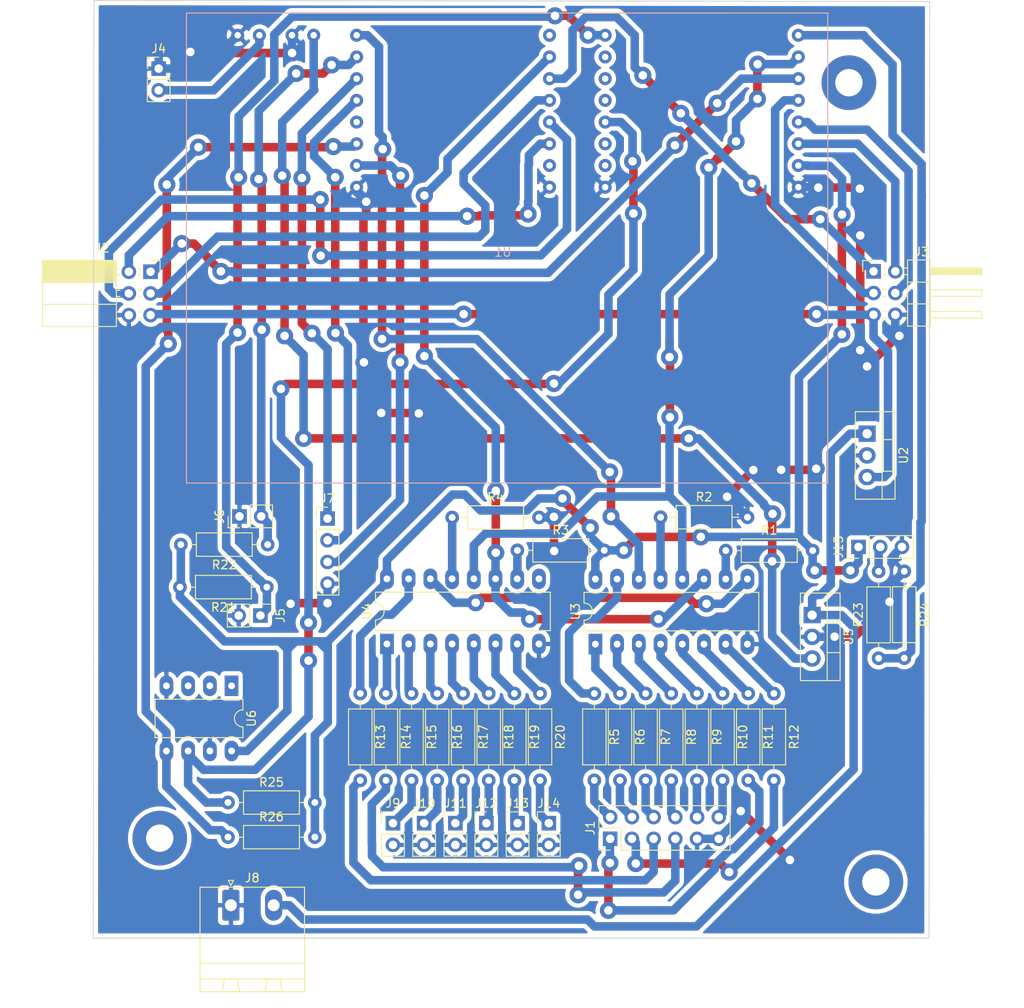
<source format=kicad_pcb>
(kicad_pcb (version 20171130) (host pcbnew "(5.1.2)-2")
  (layers (0 F.Cu signal) (31 B.Cu signal) (34 B.Paste user) (35 F.Paste user) (36 B.SilkS user) (37 F.SilkS user) (38 B.Mask user) (39 F.Mask user) (44 Edge.Cuts user))
  (net 0 "")
  (net 1 "Net-(U1-Pad13)")
  (net 2 "Net-(J4-Pad2)")
  (net 3 GND)
  (net 4 "Net-(J5-Pad1)")
  (net 5 "Net-(J6-Pad2)")
  (net 6 +5V)
  (net 7 /DATA)
  (net 8 /CLOCK)
  (net 9 +3V3)
  (net 10 "Net-(R1-Pad1)")
  (net 11 "Net-(R2-Pad1)")
  (net 12 "Net-(R3-Pad1)")
  (net 13 "Net-(R4-Pad1)")
  (net 14 "Net-(J1-Pad1)")
  (net 15 "Net-(R5-Pad1)")
  (net 16 "Net-(J1-Pad3)")
  (net 17 "Net-(R6-Pad1)")
  (net 18 "Net-(J1-Pad5)")
  (net 19 "Net-(R7-Pad1)")
  (net 20 "Net-(J1-Pad7)")
  (net 21 "Net-(R8-Pad1)")
  (net 22 "Net-(R9-Pad1)")
  (net 23 "Net-(R10-Pad1)")
  (net 24 "Net-(J1-Pad2)")
  (net 25 "Net-(R11-Pad1)")
  (net 26 "Net-(J1-Pad4)")
  (net 27 "Net-(R12-Pad1)")
  (net 28 "Net-(J1-Pad6)")
  (net 29 "Net-(R13-Pad1)")
  (net 30 "Net-(J1-Pad8)")
  (net 31 "Net-(R14-Pad1)")
  (net 32 "Net-(R15-Pad1)")
  (net 33 "Net-(R16-Pad1)")
  (net 34 "Net-(R17-Pad1)")
  (net 35 "Net-(R18-Pad1)")
  (net 36 "Net-(R19-Pad1)")
  (net 37 "Net-(R20-Pad1)")
  (net 38 +5C)
  (net 39 EEPROM_SDA)
  (net 40 EEPROM_SCL)
  (net 41 LED_REGISTER_DATA)
  (net 42 PERIPH_MOSI)
  (net 43 PERIPH_MISO)
  (net 44 PERIPH_SCK)
  (net 45 PERIPH_OUT_CS)
  (net 46 LED_REGISTER_CLOCK)
  (net 47 PERIPH_IN_CS)
  (net 48 LED_REGISTER_LATCH)
  (net 49 +5P)
  (net 50 +12L)
  (net 51 "Net-(U3-Pad9)")
  (net 52 "Net-(U4-Pad9)")
  (net 53 "Net-(J1-Pad12)")
  (net 54 "Net-(J1-Pad10)")
  (net 55 "Net-(J9-Pad1)")
  (net 56 "Net-(J10-Pad1)")
  (net 57 "Net-(J11-Pad1)")
  (net 58 "Net-(J12-Pad1)")
  (net 59 "Net-(J13-Pad1)")
  (net 60 "Net-(J14-Pad1)")
  (net 61 "Net-(J15-Pad2)")
  (net 62 Knob)
  (net 63 "Net-(U6-Pad3)")
  (net 64 "Net-(U6-Pad2)")
  (net 65 "Net-(U6-Pad1)")
  (module Resistor_THT:R_Axial_DIN0207_L6.3mm_D2.5mm_P10.16mm_Horizontal (layer F.Cu) (at 130.556 148.83)
    (fp_text reference R26 (at 5.08 -2.37) (layer F.SilkS))
    (fp_text value 4.7k)
    (pad 2 thru_hole oval (at 10.16 0) (size 1.6 1.6) (drill 0.8) (layers *.Cu *.Mask) (net 9 +3V3))
    (pad 1 thru_hole circle (at 0 0) (size 1.6 1.6) (drill 0.8) (layers *.Cu *.Mask) (net 39 EEPROM_SDA))
  )
  (module Resistor_THT:R_Axial_DIN0207_L6.3mm_D2.5mm_P10.16mm_Horizontal (layer F.Cu) (at 130.556 144.78)
    (fp_text reference R25 (at 5.08 -2.37) (layer F.SilkS))
    (fp_text value 4.7k)
    (pad 2 thru_hole oval (at 10.16 0) (size 1.6 1.6) (drill 0.8) (layers *.Cu *.Mask) (net 9 +3V3))
    (pad 1 thru_hole circle (at 0 0) (size 1.6 1.6) (drill 0.8) (layers *.Cu *.Mask) (net 40 EEPROM_SCL))
  )
  (module Azure_Sphere:Avnet_Azure_Sphere (layer B.Cu) (at 162.7 80.4 180)
    (fp_text reference U1 (at 0 0 180) (layer B.SilkS) (effects (justify mirror)))
    (fp_text value Avnet_Board)
    (pad 1 thru_hole circle (at -34.56 25.4 180) (size 1.524 1.524) (drill 0.762) (layers *.Cu *.Mask) (net 62 Knob))
    (pad 2 thru_hole circle (at -34.56 22.86 180) (size 1.524 1.524) (drill 0.762) (layers *.Cu *.Mask) (net 48 LED_REGISTER_LATCH))
    (pad 3 thru_hole circle (at -34.56 20.32 180) (size 1.524 1.524) (drill 0.762) (layers *.Cu *.Mask) (net 47 PERIPH_IN_CS))
    (pad 4 thru_hole circle (at -34.56 17.78 180) (size 1.524 1.524) (drill 0.762) (layers *.Cu *.Mask) (net 44 PERIPH_SCK))
    (pad 5 thru_hole circle (at -34.56 15.24 180) (size 1.524 1.524) (drill 0.762) (layers *.Cu *.Mask) (net 43 PERIPH_MISO))
    (pad 6 thru_hole circle (at -34.56 12.7 180) (size 1.524 1.524) (drill 0.762) (layers *.Cu *.Mask) (net 42 PERIPH_MOSI))
    (pad 16 thru_hole circle (at -34.56 10.16 180) (size 1.524 1.524) (drill 0.762) (layers *.Cu *.Mask) (net 9 +3V3))
    (pad 20 thru_hole circle (at -34.56 7.62 180) (size 1.524 1.524) (drill 0.762) (layers *.Cu *.Mask) (net 3 GND))
    (pad 7 thru_hole circle (at -11.97 25.4 180) (size 1.524 1.524) (drill 0.762) (layers *.Cu *.Mask) (net 4 "Net-(J5-Pad1)"))
    (pad 8 thru_hole circle (at -11.97 22.86 180) (size 1.524 1.524) (drill 0.762) (layers *.Cu *.Mask) (net 5 "Net-(J6-Pad2)"))
    (pad 9 thru_hole circle (at -11.97 20.32 180) (size 1.524 1.524) (drill 0.762) (layers *.Cu *.Mask) (net 8 /CLOCK))
    (pad 10 thru_hole circle (at -11.97 17.78 180) (size 1.524 1.524) (drill 0.762) (layers *.Cu *.Mask) (net 7 /DATA))
    (pad 11 thru_hole circle (at -11.97 15.24 180) (size 1.524 1.524) (drill 0.762) (layers *.Cu *.Mask) (net 40 EEPROM_SCL))
    (pad 12 thru_hole circle (at -11.97 12.7 180) (size 1.524 1.524) (drill 0.762) (layers *.Cu *.Mask) (net 39 EEPROM_SDA))
    (pad 17 thru_hole circle (at -11.97 10.16 180) (size 1.524 1.524) (drill 0.762) (layers *.Cu *.Mask) (net 6 +5V))
    (pad 20 thru_hole circle (at -11.97 7.62 180) (size 1.524 1.524) (drill 0.762) (layers *.Cu *.Mask) (net 3 GND))
    (pad 13 thru_hole circle (at -5.46 25.4 180) (size 1.524 1.524) (drill 0.762) (layers *.Cu *.Mask) (net 1 "Net-(U1-Pad13)"))
    (pad 14 thru_hole circle (at -5.46 22.86 180) (size 1.524 1.524) (drill 0.762) (layers *.Cu *.Mask) (net 46 LED_REGISTER_CLOCK))
    (pad 15 thru_hole circle (at -5.46 20.32 180) (size 1.524 1.524) (drill 0.762) (layers *.Cu *.Mask) (net 45 PERIPH_OUT_CS))
    (pad 4 thru_hole circle (at -5.46 17.78 180) (size 1.524 1.524) (drill 0.762) (layers *.Cu *.Mask) (net 44 PERIPH_SCK))
    (pad 5 thru_hole circle (at -5.46 15.24 180) (size 1.524 1.524) (drill 0.762) (layers *.Cu *.Mask) (net 43 PERIPH_MISO))
    (pad 6 thru_hole circle (at -5.46 12.7 180) (size 1.524 1.524) (drill 0.762) (layers *.Cu *.Mask) (net 42 PERIPH_MOSI))
    (pad 16 thru_hole circle (at -5.46 10.16 180) (size 1.524 1.524) (drill 0.762) (layers *.Cu *.Mask) (net 9 +3V3))
    (pad 20 thru_hole circle (at -5.46 7.62 180) (size 1.524 1.524) (drill 0.762) (layers *.Cu *.Mask) (net 3 GND))
    (pad 18 thru_hole circle (at 17.1 25.4 180) (size 1.524 1.524) (drill 0.762) (layers *.Cu *.Mask) (net 41 LED_REGISTER_DATA))
    (pad 8 thru_hole circle (at 17.1 22.86 180) (size 1.524 1.524) (drill 0.762) (layers *.Cu *.Mask) (net 5 "Net-(J6-Pad2)"))
    (pad 9 thru_hole circle (at 17.1 20.32 180) (size 1.524 1.524) (drill 0.762) (layers *.Cu *.Mask) (net 8 /CLOCK))
    (pad 10 thru_hole circle (at 17.1 17.78 180) (size 1.524 1.524) (drill 0.762) (layers *.Cu *.Mask) (net 7 /DATA))
    (pad 11 thru_hole circle (at 17.1 15.24 180) (size 1.524 1.524) (drill 0.762) (layers *.Cu *.Mask) (net 40 EEPROM_SCL))
    (pad 12 thru_hole circle (at 17.1 12.7 180) (size 1.524 1.524) (drill 0.762) (layers *.Cu *.Mask) (net 39 EEPROM_SDA))
    (pad 17 thru_hole circle (at 17.1 10.16 180) (size 1.524 1.524) (drill 0.762) (layers *.Cu *.Mask) (net 6 +5V))
    (pad 20 thru_hole circle (at 17.1 7.62 180) (size 1.524 1.524) (drill 0.762) (layers *.Cu *.Mask) (net 3 GND))
    (pad 19 thru_hole circle (at 22.12 25.4 180) (size 1.524 1.524) (drill 0.762) (layers *.Cu *.Mask) (net 38 +5C))
    (pad 20 thru_hole circle (at 24.66 25.4 180) (size 1.524 1.524) (drill 0.762) (layers *.Cu *.Mask) (net 3 GND))
    (pad 21 thru_hole circle (at 28.47 25.4 180) (size 1.524 1.524) (drill 0.762) (layers *.Cu *.Mask) (net 2 "Net-(J4-Pad2)"))
    (pad 20 thru_hole circle (at 31.01 25.4 180) (size 1.524 1.524) (drill 0.762) (layers *.Cu *.Mask) (net 3 GND))
  )
  (module Connector_Phoenix_MSTB:PhoenixContact_MSTBA_2,5_2-G_1x02_P5.00mm_Horizontal (layer F.Cu) (at 130.895 156.8)
    (fp_text reference J8 (at 2.5 -3.2) (layer F.SilkS))
    (fp_text value Conn_POWER)
    (pad 2 thru_hole oval (at 5 0) (size 2 3.6) (drill 1.4) (layers *.Cu *.Mask) (net 50 +12L))
    (pad 1 thru_hole roundrect (at 0 0) (size 2 3.6) (drill 1.4) (layers *.Cu *.Mask) (roundrect_rratio 0.125) (net 3 GND))
  )
  (module Connector_PinHeader_2.54mm:PinHeader_2x06_P2.54mm_Vertical (layer F.Cu) (at 175.255 149.025 90)
    (fp_text reference J1 (at 1.27 -2.33 90) (layer F.SilkS))
    (fp_text value Conn_02x06_Odd_Even)
    (pad 12 thru_hole oval (at 2.54 12.7 90) (size 1.7 1.7) (drill 1) (layers *.Cu *.Mask) (net 53 "Net-(J1-Pad12)"))
    (pad 11 thru_hole oval (at 0 12.7 90) (size 1.7 1.7) (drill 1) (layers *.Cu *.Mask) (net 3 GND))
    (pad 10 thru_hole oval (at 2.54 10.16 90) (size 1.7 1.7) (drill 1) (layers *.Cu *.Mask) (net 54 "Net-(J1-Pad10)"))
    (pad 9 thru_hole oval (at 0 10.16 90) (size 1.7 1.7) (drill 1) (layers *.Cu *.Mask) (net 3 GND))
    (pad 8 thru_hole oval (at 2.54 7.62 90) (size 1.7 1.7) (drill 1) (layers *.Cu *.Mask) (net 30 "Net-(J1-Pad8)"))
    (pad 7 thru_hole oval (at 0 7.62 90) (size 1.7 1.7) (drill 1) (layers *.Cu *.Mask) (net 20 "Net-(J1-Pad7)"))
    (pad 6 thru_hole oval (at 2.54 5.08 90) (size 1.7 1.7) (drill 1) (layers *.Cu *.Mask) (net 28 "Net-(J1-Pad6)"))
    (pad 5 thru_hole oval (at 0 5.08 90) (size 1.7 1.7) (drill 1) (layers *.Cu *.Mask) (net 18 "Net-(J1-Pad5)"))
    (pad 4 thru_hole oval (at 2.54 2.54 90) (size 1.7 1.7) (drill 1) (layers *.Cu *.Mask) (net 26 "Net-(J1-Pad4)"))
    (pad 3 thru_hole oval (at 0 2.54 90) (size 1.7 1.7) (drill 1) (layers *.Cu *.Mask) (net 16 "Net-(J1-Pad3)"))
    (pad 2 thru_hole oval (at 2.54 0 90) (size 1.7 1.7) (drill 1) (layers *.Cu *.Mask) (net 24 "Net-(J1-Pad2)"))
    (pad 1 thru_hole rect (at 0 0 90) (size 1.7 1.7) (drill 1) (layers *.Cu *.Mask) (net 14 "Net-(J1-Pad1)"))
  )
  (module MountingHole:MountingHole_3.2mm_M3_Pad (layer F.Cu) (at 122.575 148.95)
    (fp_text reference "  " (at 0 -4.2) (layer F.SilkS))
    (fp_text value MountingHole_3.2mm_M3_Pad)
    (pad 1 thru_hole circle (at 0 0) (size 6.4 6.4) (drill 3.2) (layers *.Cu *.Mask))
  )
  (module MountingHole:MountingHole_3.2mm_M3_Pad (layer F.Cu) (at 206.325 154.075)
    (fp_text reference " " (at 0 -4.2) (layer F.SilkS))
    (fp_text value MountingHole_3.2mm_M3_Pad)
    (pad 1 thru_hole circle (at 0 0) (size 6.4 6.4) (drill 3.2) (layers *.Cu *.Mask))
  )
  (module MountingHole:MountingHole_3.2mm_M3_Pad (layer F.Cu) (at 203.175 60.55)
    (fp_text reference " " (at 0 -4.2) (layer F.SilkS))
    (fp_text value MountingHole_3.2mm_M3_Pad)
    (pad 1 thru_hole circle (at 0 0) (size 6.4 6.4) (drill 3.2) (layers *.Cu *.Mask))
  )
  (module Connector_PinSocket_2.54mm:PinSocket_2x03_P2.54mm_Horizontal (layer F.Cu) (at 121.5 82.67)
    (fp_text reference J2 (at -5.65 -2.77) (layer F.SilkS))
    (fp_text value Conn_02x03_Counter_Clockwise)
    (pad 1 thru_hole rect (at 0 0) (size 1.7 1.7) (drill 1) (layers *.Cu *.Mask) (net 47 PERIPH_IN_CS))
    (pad 2 thru_hole oval (at -2.54 0) (size 1.7 1.7) (drill 1) (layers *.Cu *.Mask) (net 42 PERIPH_MOSI))
    (pad 3 thru_hole oval (at 0 2.54) (size 1.7 1.7) (drill 1) (layers *.Cu *.Mask) (net 44 PERIPH_SCK))
    (pad 4 thru_hole oval (at -2.54 2.54) (size 1.7 1.7) (drill 1) (layers *.Cu *.Mask) (net 43 PERIPH_MISO))
    (pad 5 thru_hole oval (at 0 5.08) (size 1.7 1.7) (drill 1) (layers *.Cu *.Mask) (net 49 +5P))
    (pad 6 thru_hole oval (at -2.54 5.08) (size 1.7 1.7) (drill 1) (layers *.Cu *.Mask) (net 3 GND))
  )
  (module Connector_PinHeader_2.54mm:PinHeader_1x03_P2.54mm_Vertical (layer F.Cu) (at 204.3 114.875 90)
    (fp_text reference J15 (at 0 -2.33 90) (layer F.SilkS))
    (fp_text value Conn_Knob)
    (pad 3 thru_hole oval (at 0 5.08 90) (size 1.7 1.7) (drill 1) (layers *.Cu *.Mask) (net 3 GND))
    (pad 2 thru_hole oval (at 0 2.54 90) (size 1.7 1.7) (drill 1) (layers *.Cu *.Mask) (net 61 "Net-(J15-Pad2)"))
    (pad 1 thru_hole rect (at 0 0 90) (size 1.7 1.7) (drill 1) (layers *.Cu *.Mask) (net 9 +3V3))
  )
  (module Package_DIP:DIP-16_W7.62mm_LongPads (layer F.Cu) (at 149.145 126.225 90)
    (fp_text reference U4 (at 3.81 -2.33 90) (layer F.SilkS))
    (fp_text value 74HC595)
    (pad 16 thru_hole oval (at 7.62 0 90) (size 2.4 1.6) (drill 0.8) (layers *.Cu *.Mask) (net 9 +3V3))
    (pad 8 thru_hole oval (at 0 17.78 90) (size 2.4 1.6) (drill 0.8) (layers *.Cu *.Mask) (net 3 GND))
    (pad 15 thru_hole oval (at 7.62 2.54 90) (size 2.4 1.6) (drill 0.8) (layers *.Cu *.Mask) (net 29 "Net-(R13-Pad1)"))
    (pad 7 thru_hole oval (at 0 15.24 90) (size 2.4 1.6) (drill 0.8) (layers *.Cu *.Mask) (net 37 "Net-(R20-Pad1)"))
    (pad 14 thru_hole oval (at 7.62 5.08 90) (size 2.4 1.6) (drill 0.8) (layers *.Cu *.Mask) (net 51 "Net-(U3-Pad9)"))
    (pad 6 thru_hole oval (at 0 12.7 90) (size 2.4 1.6) (drill 0.8) (layers *.Cu *.Mask) (net 36 "Net-(R19-Pad1)"))
    (pad 13 thru_hole oval (at 7.62 7.62 90) (size 2.4 1.6) (drill 0.8) (layers *.Cu *.Mask) (net 13 "Net-(R4-Pad1)"))
    (pad 5 thru_hole oval (at 0 10.16 90) (size 2.4 1.6) (drill 0.8) (layers *.Cu *.Mask) (net 35 "Net-(R18-Pad1)"))
    (pad 12 thru_hole oval (at 7.62 10.16 90) (size 2.4 1.6) (drill 0.8) (layers *.Cu *.Mask) (net 48 LED_REGISTER_LATCH))
    (pad 4 thru_hole oval (at 0 7.62 90) (size 2.4 1.6) (drill 0.8) (layers *.Cu *.Mask) (net 34 "Net-(R17-Pad1)"))
    (pad 11 thru_hole oval (at 7.62 12.7 90) (size 2.4 1.6) (drill 0.8) (layers *.Cu *.Mask) (net 46 LED_REGISTER_CLOCK))
    (pad 3 thru_hole oval (at 0 5.08 90) (size 2.4 1.6) (drill 0.8) (layers *.Cu *.Mask) (net 33 "Net-(R16-Pad1)"))
    (pad 10 thru_hole oval (at 7.62 15.24 90) (size 2.4 1.6) (drill 0.8) (layers *.Cu *.Mask) (net 12 "Net-(R3-Pad1)"))
    (pad 2 thru_hole oval (at 0 2.54 90) (size 2.4 1.6) (drill 0.8) (layers *.Cu *.Mask) (net 32 "Net-(R15-Pad1)"))
    (pad 9 thru_hole oval (at 7.62 17.78 90) (size 2.4 1.6) (drill 0.8) (layers *.Cu *.Mask) (net 52 "Net-(U4-Pad9)"))
    (pad 1 thru_hole rect (at 0 0 90) (size 2.4 1.6) (drill 0.8) (layers *.Cu *.Mask) (net 31 "Net-(R14-Pad1)"))
  )
  (module Package_DIP:DIP-16_W7.62mm_LongPads (layer F.Cu) (at 173.525 126.25 90)
    (fp_text reference U3 (at 3.81 -2.33 90) (layer F.SilkS))
    (fp_text value 74HC595)
    (pad 16 thru_hole oval (at 7.62 0 90) (size 2.4 1.6) (drill 0.8) (layers *.Cu *.Mask) (net 9 +3V3))
    (pad 8 thru_hole oval (at 0 17.78 90) (size 2.4 1.6) (drill 0.8) (layers *.Cu *.Mask) (net 3 GND))
    (pad 15 thru_hole oval (at 7.62 2.54 90) (size 2.4 1.6) (drill 0.8) (layers *.Cu *.Mask) (net 15 "Net-(R5-Pad1)"))
    (pad 7 thru_hole oval (at 0 15.24 90) (size 2.4 1.6) (drill 0.8) (layers *.Cu *.Mask) (net 27 "Net-(R12-Pad1)"))
    (pad 14 thru_hole oval (at 7.62 5.08 90) (size 2.4 1.6) (drill 0.8) (layers *.Cu *.Mask) (net 41 LED_REGISTER_DATA))
    (pad 6 thru_hole oval (at 0 12.7 90) (size 2.4 1.6) (drill 0.8) (layers *.Cu *.Mask) (net 25 "Net-(R11-Pad1)"))
    (pad 13 thru_hole oval (at 7.62 7.62 90) (size 2.4 1.6) (drill 0.8) (layers *.Cu *.Mask) (net 11 "Net-(R2-Pad1)"))
    (pad 5 thru_hole oval (at 0 10.16 90) (size 2.4 1.6) (drill 0.8) (layers *.Cu *.Mask) (net 23 "Net-(R10-Pad1)"))
    (pad 12 thru_hole oval (at 7.62 10.16 90) (size 2.4 1.6) (drill 0.8) (layers *.Cu *.Mask) (net 48 LED_REGISTER_LATCH))
    (pad 4 thru_hole oval (at 0 7.62 90) (size 2.4 1.6) (drill 0.8) (layers *.Cu *.Mask) (net 22 "Net-(R9-Pad1)"))
    (pad 11 thru_hole oval (at 7.62 12.7 90) (size 2.4 1.6) (drill 0.8) (layers *.Cu *.Mask) (net 46 LED_REGISTER_CLOCK))
    (pad 3 thru_hole oval (at 0 5.08 90) (size 2.4 1.6) (drill 0.8) (layers *.Cu *.Mask) (net 21 "Net-(R8-Pad1)"))
    (pad 10 thru_hole oval (at 7.62 15.24 90) (size 2.4 1.6) (drill 0.8) (layers *.Cu *.Mask) (net 10 "Net-(R1-Pad1)"))
    (pad 2 thru_hole oval (at 0 2.54 90) (size 2.4 1.6) (drill 0.8) (layers *.Cu *.Mask) (net 19 "Net-(R7-Pad1)"))
    (pad 9 thru_hole oval (at 7.62 17.78 90) (size 2.4 1.6) (drill 0.8) (layers *.Cu *.Mask) (net 51 "Net-(U3-Pad9)"))
    (pad 1 thru_hole rect (at 0 0 90) (size 2.4 1.6) (drill 0.8) (layers *.Cu *.Mask) (net 17 "Net-(R6-Pad1)"))
  )
  (module Package_DIP:DIP-8_W7.62mm_LongPads (layer F.Cu) (at 130.975 131.125 270)
    (fp_text reference U6 (at 3.81 -2.33 90) (layer F.SilkS))
    (fp_text value 24LC01)
    (pad 8 thru_hole oval (at 7.62 0 270) (size 2.4 1.6) (drill 0.8) (layers *.Cu *.Mask) (net 9 +3V3))
    (pad 4 thru_hole oval (at 0 7.62 270) (size 2.4 1.6) (drill 0.8) (layers *.Cu *.Mask) (net 3 GND))
    (pad 7 thru_hole oval (at 7.62 2.54 270) (size 2.4 1.6) (drill 0.8) (layers *.Cu *.Mask) (net 3 GND))
    (pad 3 thru_hole oval (at 0 5.08 270) (size 2.4 1.6) (drill 0.8) (layers *.Cu *.Mask) (net 63 "Net-(U6-Pad3)"))
    (pad 6 thru_hole oval (at 7.62 5.08 270) (size 2.4 1.6) (drill 0.8) (layers *.Cu *.Mask) (net 40 EEPROM_SCL))
    (pad 2 thru_hole oval (at 0 2.54 270) (size 2.4 1.6) (drill 0.8) (layers *.Cu *.Mask) (net 64 "Net-(U6-Pad2)"))
    (pad 5 thru_hole oval (at 7.62 7.62 270) (size 2.4 1.6) (drill 0.8) (layers *.Cu *.Mask) (net 39 EEPROM_SDA))
    (pad 1 thru_hole rect (at 0 0 270) (size 2.4 1.6) (drill 0.8) (layers *.Cu *.Mask) (net 65 "Net-(U6-Pad1)"))
  )
  (module Resistor_THT:R_Axial_DIN0207_L6.3mm_D2.5mm_P10.16mm_Horizontal (layer F.Cu) (at 209.65 117.725 270)
    (fp_text reference R24 (at 5.08 -2.37 90) (layer F.SilkS))
    (fp_text value 3.3k)
    (pad 2 thru_hole oval (at 10.16 0 270) (size 1.6 1.6) (drill 0.8) (layers *.Cu *.Mask) (net 62 Knob))
    (pad 1 thru_hole circle (at 0 0 270) (size 1.6 1.6) (drill 0.8) (layers *.Cu *.Mask) (net 3 GND))
  )
  (module Resistor_THT:R_Axial_DIN0207_L6.3mm_D2.5mm_P10.16mm_Horizontal (layer F.Cu) (at 206.65 127.9 90)
    (fp_text reference R23 (at 5.08 -2.37 90) (layer F.SilkS))
    (fp_text value 1k)
    (pad 2 thru_hole oval (at 10.16 0 90) (size 1.6 1.6) (drill 0.8) (layers *.Cu *.Mask) (net 61 "Net-(J15-Pad2)"))
    (pad 1 thru_hole circle (at 0 0 90) (size 1.6 1.6) (drill 0.8) (layers *.Cu *.Mask) (net 62 Knob))
  )
  (module Connector_PinHeader_2.54mm:PinHeader_1x02_P2.54mm_Vertical (layer F.Cu) (at 168.075 147.2)
    (fp_text reference J14 (at 0 -2.33) (layer F.SilkS))
    (fp_text value Conn_SP_LED)
    (pad 2 thru_hole oval (at 0 2.54) (size 1.7 1.7) (drill 1) (layers *.Cu *.Mask) (net 3 GND))
    (pad 1 thru_hole rect (at 0 0) (size 1.7 1.7) (drill 1) (layers *.Cu *.Mask) (net 60 "Net-(J14-Pad1)"))
  )
  (module Connector_PinHeader_2.54mm:PinHeader_1x02_P2.54mm_Vertical (layer F.Cu) (at 164.425 147.2)
    (fp_text reference J13 (at 0 -2.33) (layer F.SilkS))
    (fp_text value Conn_Peri_ERR)
    (pad 2 thru_hole oval (at 0 2.54) (size 1.7 1.7) (drill 1) (layers *.Cu *.Mask) (net 3 GND))
    (pad 1 thru_hole rect (at 0 0) (size 1.7 1.7) (drill 1) (layers *.Cu *.Mask) (net 59 "Net-(J13-Pad1)"))
  )
  (module Connector_PinHeader_2.54mm:PinHeader_1x02_P2.54mm_Vertical (layer F.Cu) (at 160.775 147.2)
    (fp_text reference J12 (at 0 -2.33) (layer F.SilkS))
    (fp_text value Conn_Knob_LED)
    (pad 2 thru_hole oval (at 0 2.54) (size 1.7 1.7) (drill 1) (layers *.Cu *.Mask) (net 3 GND))
    (pad 1 thru_hole rect (at 0 0) (size 1.7 1.7) (drill 1) (layers *.Cu *.Mask) (net 58 "Net-(J12-Pad1)"))
  )
  (module Connector_PinHeader_2.54mm:PinHeader_1x02_P2.54mm_Vertical (layer F.Cu) (at 157.15 147.2)
    (fp_text reference J11 (at 0 -2.33) (layer F.SilkS))
    (fp_text value Conn_Net_ERR)
    (pad 2 thru_hole oval (at 0 2.54) (size 1.7 1.7) (drill 1) (layers *.Cu *.Mask) (net 3 GND))
    (pad 1 thru_hole rect (at 0 0) (size 1.7 1.7) (drill 1) (layers *.Cu *.Mask) (net 57 "Net-(J11-Pad1)"))
  )
  (module Connector_PinHeader_2.54mm:PinHeader_1x02_P2.54mm_Vertical (layer F.Cu) (at 153.5 147.2)
    (fp_text reference J10 (at 0 -2.33) (layer F.SilkS))
    (fp_text value Conn_IP_LED)
    (pad 2 thru_hole oval (at 0 2.54) (size 1.7 1.7) (drill 1) (layers *.Cu *.Mask) (net 3 GND))
    (pad 1 thru_hole rect (at 0 0) (size 1.7 1.7) (drill 1) (layers *.Cu *.Mask) (net 56 "Net-(J10-Pad1)"))
  )
  (module Connector_PinHeader_2.54mm:PinHeader_1x02_P2.54mm_Vertical (layer F.Cu) (at 149.85 147.2)
    (fp_text reference J9 (at 0 -2.33) (layer F.SilkS))
    (fp_text value Conn_MQTT_ERR)
    (pad 2 thru_hole oval (at 0 2.54) (size 1.7 1.7) (drill 1) (layers *.Cu *.Mask) (net 3 GND))
    (pad 1 thru_hole rect (at 0 0) (size 1.7 1.7) (drill 1) (layers *.Cu *.Mask) (net 55 "Net-(J9-Pad1)"))
  )
  (module Resistor_THT:R_Axial_DIN0207_L6.3mm_D2.5mm_P10.16mm_Horizontal (layer F.Cu) (at 135.2 114.6 180)
    (fp_text reference R22 (at 5.08 -2.37) (layer F.SilkS))
    (fp_text value 10k)
    (pad 2 thru_hole oval (at 10.16 0 180) (size 1.6 1.6) (drill 0.8) (layers *.Cu *.Mask) (net 9 +3V3))
    (pad 1 thru_hole circle (at 0 0 180) (size 1.6 1.6) (drill 0.8) (layers *.Cu *.Mask) (net 5 "Net-(J6-Pad2)"))
  )
  (module Resistor_THT:R_Axial_DIN0207_L6.3mm_D2.5mm_P10.16mm_Horizontal (layer F.Cu) (at 135.1 119.575 180)
    (fp_text reference R21 (at 5.08 -2.37) (layer F.SilkS))
    (fp_text value 10k)
    (pad 2 thru_hole oval (at 10.16 0 180) (size 1.6 1.6) (drill 0.8) (layers *.Cu *.Mask) (net 9 +3V3))
    (pad 1 thru_hole circle (at 0 0 180) (size 1.6 1.6) (drill 0.8) (layers *.Cu *.Mask) (net 4 "Net-(J5-Pad1)"))
  )
  (module Resistor_THT:R_Axial_DIN0207_L6.3mm_D2.5mm_P10.16mm_Horizontal (layer F.Cu) (at 167.05 132.025 270)
    (fp_text reference R20 (at 5.08 -2.37 90) (layer F.SilkS))
    (fp_text value 680R)
    (pad 2 thru_hole oval (at 10.16 0 270) (size 1.6 1.6) (drill 0.8) (layers *.Cu *.Mask) (net 60 "Net-(J14-Pad1)"))
    (pad 1 thru_hole circle (at 0 0 270) (size 1.6 1.6) (drill 0.8) (layers *.Cu *.Mask) (net 37 "Net-(R20-Pad1)"))
  )
  (module Resistor_THT:R_Axial_DIN0207_L6.3mm_D2.5mm_P10.16mm_Horizontal (layer F.Cu) (at 164.05 132.025 270)
    (fp_text reference R19 (at 5.08 -2.37 90) (layer F.SilkS))
    (fp_text value 220R)
    (pad 2 thru_hole oval (at 10.16 0 270) (size 1.6 1.6) (drill 0.8) (layers *.Cu *.Mask) (net 59 "Net-(J13-Pad1)"))
    (pad 1 thru_hole circle (at 0 0 270) (size 1.6 1.6) (drill 0.8) (layers *.Cu *.Mask) (net 36 "Net-(R19-Pad1)"))
  )
  (module Resistor_THT:R_Axial_DIN0207_L6.3mm_D2.5mm_P10.16mm_Horizontal (layer F.Cu) (at 161.05 132.025 270)
    (fp_text reference R18 (at 5.08 -2.37 90) (layer F.SilkS))
    (fp_text value 220R)
    (pad 2 thru_hole oval (at 10.16 0 270) (size 1.6 1.6) (drill 0.8) (layers *.Cu *.Mask) (net 58 "Net-(J12-Pad1)"))
    (pad 1 thru_hole circle (at 0 0 270) (size 1.6 1.6) (drill 0.8) (layers *.Cu *.Mask) (net 35 "Net-(R18-Pad1)"))
  )
  (module Resistor_THT:R_Axial_DIN0207_L6.3mm_D2.5mm_P10.16mm_Horizontal (layer F.Cu) (at 158.05 132.025 270)
    (fp_text reference R17 (at 5.08 -2.37 90) (layer F.SilkS))
    (fp_text value 220R)
    (pad 2 thru_hole oval (at 10.16 0 270) (size 1.6 1.6) (drill 0.8) (layers *.Cu *.Mask) (net 57 "Net-(J11-Pad1)"))
    (pad 1 thru_hole circle (at 0 0 270) (size 1.6 1.6) (drill 0.8) (layers *.Cu *.Mask) (net 34 "Net-(R17-Pad1)"))
  )
  (module Resistor_THT:R_Axial_DIN0207_L6.3mm_D2.5mm_P10.16mm_Horizontal (layer F.Cu) (at 155.025 132.025 270)
    (fp_text reference R16 (at 5.08 -2.37 90) (layer F.SilkS))
    (fp_text value 680R)
    (pad 2 thru_hole oval (at 10.16 0 270) (size 1.6 1.6) (drill 0.8) (layers *.Cu *.Mask) (net 56 "Net-(J10-Pad1)"))
    (pad 1 thru_hole circle (at 0 0 270) (size 1.6 1.6) (drill 0.8) (layers *.Cu *.Mask) (net 33 "Net-(R16-Pad1)"))
  )
  (module Resistor_THT:R_Axial_DIN0207_L6.3mm_D2.5mm_P10.16mm_Horizontal (layer F.Cu) (at 152.025 132.025 270)
    (fp_text reference R15 (at 5.08 -2.37 90) (layer F.SilkS))
    (fp_text value 220R)
    (pad 2 thru_hole oval (at 10.16 0 270) (size 1.6 1.6) (drill 0.8) (layers *.Cu *.Mask) (net 55 "Net-(J9-Pad1)"))
    (pad 1 thru_hole circle (at 0 0 270) (size 1.6 1.6) (drill 0.8) (layers *.Cu *.Mask) (net 32 "Net-(R15-Pad1)"))
  )
  (module Resistor_THT:R_Axial_DIN0207_L6.3mm_D2.5mm_P10.16mm_Horizontal (layer F.Cu) (at 149.025 132.025 270)
    (fp_text reference R14 (at 5.08 -2.37 90) (layer F.SilkS))
    (fp_text value 680R)
    (pad 2 thru_hole oval (at 10.16 0 270) (size 1.6 1.6) (drill 0.8) (layers *.Cu *.Mask) (net 20 "Net-(J1-Pad7)"))
    (pad 1 thru_hole circle (at 0 0 270) (size 1.6 1.6) (drill 0.8) (layers *.Cu *.Mask) (net 31 "Net-(R14-Pad1)"))
  )
  (module Resistor_THT:R_Axial_DIN0207_L6.3mm_D2.5mm_P10.16mm_Horizontal (layer F.Cu) (at 146.025 132.025 270)
    (fp_text reference R13 (at 5.08 -2.37 90) (layer F.SilkS))
    (fp_text value 680R)
    (pad 2 thru_hole oval (at 10.16 0 270) (size 1.6 1.6) (drill 0.8) (layers *.Cu *.Mask) (net 18 "Net-(J1-Pad5)"))
    (pad 1 thru_hole circle (at 0 0 270) (size 1.6 1.6) (drill 0.8) (layers *.Cu *.Mask) (net 29 "Net-(R13-Pad1)"))
  )
  (module Resistor_THT:R_Axial_DIN0207_L6.3mm_D2.5mm_P10.16mm_Horizontal (layer F.Cu) (at 194.4 132.025 270)
    (fp_text reference R12 (at 5.08 -2.37 90) (layer F.SilkS))
    (fp_text value 680R)
    (pad 2 thru_hole oval (at 10.16 0 270) (size 1.6 1.6) (drill 0.8) (layers *.Cu *.Mask) (net 16 "Net-(J1-Pad3)"))
    (pad 1 thru_hole circle (at 0 0 270) (size 1.6 1.6) (drill 0.8) (layers *.Cu *.Mask) (net 27 "Net-(R12-Pad1)"))
  )
  (module Resistor_THT:R_Axial_DIN0207_L6.3mm_D2.5mm_P10.16mm_Horizontal (layer F.Cu) (at 191.4 132.025 270)
    (fp_text reference R11 (at 5.08 -2.37 90) (layer F.SilkS))
    (fp_text value 680R)
    (pad 2 thru_hole oval (at 10.16 0 270) (size 1.6 1.6) (drill 0.8) (layers *.Cu *.Mask) (net 14 "Net-(J1-Pad1)"))
    (pad 1 thru_hole circle (at 0 0 270) (size 1.6 1.6) (drill 0.8) (layers *.Cu *.Mask) (net 25 "Net-(R11-Pad1)"))
  )
  (module Resistor_THT:R_Axial_DIN0207_L6.3mm_D2.5mm_P10.16mm_Horizontal (layer F.Cu) (at 188.4 132.025 270)
    (fp_text reference R10 (at 5.08 -2.37 90) (layer F.SilkS))
    (fp_text value 680R)
    (pad 2 thru_hole oval (at 10.16 0 270) (size 1.6 1.6) (drill 0.8) (layers *.Cu *.Mask) (net 53 "Net-(J1-Pad12)"))
    (pad 1 thru_hole circle (at 0 0 270) (size 1.6 1.6) (drill 0.8) (layers *.Cu *.Mask) (net 23 "Net-(R10-Pad1)"))
  )
  (module Resistor_THT:R_Axial_DIN0207_L6.3mm_D2.5mm_P10.16mm_Horizontal (layer F.Cu) (at 185.4 132.025 270)
    (fp_text reference R9 (at 5.08 -2.37 90) (layer F.SilkS))
    (fp_text value 680R)
    (pad 2 thru_hole oval (at 10.16 0 270) (size 1.6 1.6) (drill 0.8) (layers *.Cu *.Mask) (net 54 "Net-(J1-Pad10)"))
    (pad 1 thru_hole circle (at 0 0 270) (size 1.6 1.6) (drill 0.8) (layers *.Cu *.Mask) (net 22 "Net-(R9-Pad1)"))
  )
  (module Resistor_THT:R_Axial_DIN0207_L6.3mm_D2.5mm_P10.16mm_Horizontal (layer F.Cu) (at 182.4 132.025 270)
    (fp_text reference R8 (at 5.08 -2.37 90) (layer F.SilkS))
    (fp_text value 680R)
    (pad 2 thru_hole oval (at 10.16 0 270) (size 1.6 1.6) (drill 0.8) (layers *.Cu *.Mask) (net 30 "Net-(J1-Pad8)"))
    (pad 1 thru_hole circle (at 0 0 270) (size 1.6 1.6) (drill 0.8) (layers *.Cu *.Mask) (net 21 "Net-(R8-Pad1)"))
  )
  (module Resistor_THT:R_Axial_DIN0207_L6.3mm_D2.5mm_P10.16mm_Horizontal (layer F.Cu) (at 179.4 132.025 270)
    (fp_text reference R7 (at 5.08 -2.37 90) (layer F.SilkS))
    (fp_text value 680R)
    (pad 2 thru_hole oval (at 10.16 0 270) (size 1.6 1.6) (drill 0.8) (layers *.Cu *.Mask) (net 28 "Net-(J1-Pad6)"))
    (pad 1 thru_hole circle (at 0 0 270) (size 1.6 1.6) (drill 0.8) (layers *.Cu *.Mask) (net 19 "Net-(R7-Pad1)"))
  )
  (module Resistor_THT:R_Axial_DIN0207_L6.3mm_D2.5mm_P10.16mm_Horizontal (layer F.Cu) (at 176.4 132.025 270)
    (fp_text reference R6 (at 5.08 -2.37 90) (layer F.SilkS))
    (fp_text value 680R)
    (pad 2 thru_hole oval (at 10.16 0 270) (size 1.6 1.6) (drill 0.8) (layers *.Cu *.Mask) (net 26 "Net-(J1-Pad4)"))
    (pad 1 thru_hole circle (at 0 0 270) (size 1.6 1.6) (drill 0.8) (layers *.Cu *.Mask) (net 17 "Net-(R6-Pad1)"))
  )
  (module Resistor_THT:R_Axial_DIN0207_L6.3mm_D2.5mm_P10.16mm_Horizontal (layer F.Cu) (at 173.4 132.025 270)
    (fp_text reference R5 (at 5.08 -2.37 90) (layer F.SilkS))
    (fp_text value 680R)
    (pad 2 thru_hole oval (at 10.16 0 270) (size 1.6 1.6) (drill 0.8) (layers *.Cu *.Mask) (net 24 "Net-(J1-Pad2)"))
    (pad 1 thru_hole circle (at 0 0 270) (size 1.6 1.6) (drill 0.8) (layers *.Cu *.Mask) (net 15 "Net-(R5-Pad1)"))
  )
  (module Resistor_THT:R_Axial_DIN0207_L6.3mm_D2.5mm_P10.16mm_Horizontal (layer F.Cu) (at 156.775 111.425)
    (fp_text reference R4 (at 5.08 -2.37) (layer F.SilkS))
    (fp_text value 10k)
    (pad 2 thru_hole oval (at 10.16 0) (size 1.6 1.6) (drill 0.8) (layers *.Cu *.Mask) (net 3 GND))
    (pad 1 thru_hole circle (at 0 0) (size 1.6 1.6) (drill 0.8) (layers *.Cu *.Mask) (net 13 "Net-(R4-Pad1)"))
  )
  (module Resistor_THT:R_Axial_DIN0207_L6.3mm_D2.5mm_P10.16mm_Horizontal (layer F.Cu) (at 164.4 115.275)
    (fp_text reference R3 (at 5.08 -2.37) (layer F.SilkS))
    (fp_text value 10k)
    (pad 2 thru_hole oval (at 10.16 0) (size 1.6 1.6) (drill 0.8) (layers *.Cu *.Mask) (net 9 +3V3))
    (pad 1 thru_hole circle (at 0 0) (size 1.6 1.6) (drill 0.8) (layers *.Cu *.Mask) (net 12 "Net-(R3-Pad1)"))
  )
  (module Resistor_THT:R_Axial_DIN0207_L6.3mm_D2.5mm_P10.16mm_Horizontal (layer F.Cu) (at 181.15 111.4)
    (fp_text reference R2 (at 5.08 -2.37) (layer F.SilkS))
    (fp_text value 10k)
    (pad 2 thru_hole oval (at 10.16 0) (size 1.6 1.6) (drill 0.8) (layers *.Cu *.Mask) (net 3 GND))
    (pad 1 thru_hole circle (at 0 0) (size 1.6 1.6) (drill 0.8) (layers *.Cu *.Mask) (net 11 "Net-(R2-Pad1)"))
  )
  (module Resistor_THT:R_Axial_DIN0207_L6.3mm_D2.5mm_P10.16mm_Horizontal (layer F.Cu) (at 188.775 115.3)
    (fp_text reference R1 (at 5.08 -2.37) (layer F.SilkS))
    (fp_text value 10k)
    (pad 2 thru_hole oval (at 10.16 0) (size 1.6 1.6) (drill 0.8) (layers *.Cu *.Mask) (net 9 +3V3))
    (pad 1 thru_hole circle (at 0 0) (size 1.6 1.6) (drill 0.8) (layers *.Cu *.Mask) (net 10 "Net-(R1-Pad1)"))
  )
  (module Connector_PinHeader_2.54mm:PinHeader_2x03_P2.54mm_Horizontal (layer F.Cu) (at 206.06 82.625)
    (fp_text reference J3 (at 5.655 -2.27) (layer F.SilkS))
    (fp_text value Conn_02x03_Counter_Clockwise)
    (pad 6 thru_hole oval (at 2.54 5.08) (size 1.7 1.7) (drill 1) (layers *.Cu *.Mask) (net 3 GND))
    (pad 5 thru_hole oval (at 0 5.08) (size 1.7 1.7) (drill 1) (layers *.Cu *.Mask) (net 49 +5P))
    (pad 4 thru_hole oval (at 2.54 2.54) (size 1.7 1.7) (drill 1) (layers *.Cu *.Mask) (net 43 PERIPH_MISO))
    (pad 3 thru_hole oval (at 0 2.54) (size 1.7 1.7) (drill 1) (layers *.Cu *.Mask) (net 44 PERIPH_SCK))
    (pad 2 thru_hole oval (at 2.54 0) (size 1.7 1.7) (drill 1) (layers *.Cu *.Mask) (net 42 PERIPH_MOSI))
    (pad 1 thru_hole rect (at 0 0) (size 1.7 1.7) (drill 1) (layers *.Cu *.Mask) (net 45 PERIPH_OUT_CS))
  )
  (module Package_TO_SOT_THT:TO-220-3_Vertical (layer F.Cu) (at 198.875 122.85 270)
    (fp_text reference U5 (at 2.54 -4.27 90) (layer F.SilkS))
    (fp_text value L7805)
    (pad 3 thru_hole oval (at 5.08 0 270) (size 1.905 2) (drill 1.1) (layers *.Cu *.Mask) (net 38 +5C))
    (pad 2 thru_hole oval (at 2.54 0 270) (size 1.905 2) (drill 1.1) (layers *.Cu *.Mask) (net 3 GND))
    (pad 1 thru_hole rect (at 0 0 270) (size 1.905 2) (drill 1.1) (layers *.Cu *.Mask) (net 50 +12L))
  )
  (module Package_TO_SOT_THT:TO-220-3_Vertical (layer F.Cu) (at 205.3 101.625 270)
    (fp_text reference U2 (at 2.54 -4.27 90) (layer F.SilkS))
    (fp_text value L7805)
    (pad 3 thru_hole oval (at 5.08 0 270) (size 1.905 2) (drill 1.1) (layers *.Cu *.Mask) (net 49 +5P))
    (pad 2 thru_hole oval (at 2.54 0 270) (size 1.905 2) (drill 1.1) (layers *.Cu *.Mask) (net 3 GND))
    (pad 1 thru_hole rect (at 0 0 270) (size 1.905 2) (drill 1.1) (layers *.Cu *.Mask) (net 50 +12L))
  )
  (module Connector_PinHeader_2.54mm:PinHeader_1x04_P2.54mm_Vertical (layer F.Cu) (at 142.2 111.55)
    (fp_text reference J7 (at 0 -2.33) (layer F.SilkS))
    (fp_text value Conn_DISPLAY)
    (pad 4 thru_hole oval (at 0 7.62) (size 1.7 1.7) (drill 1) (layers *.Cu *.Mask) (net 3 GND))
    (pad 3 thru_hole oval (at 0 5.08) (size 1.7 1.7) (drill 1) (layers *.Cu *.Mask) (net 6 +5V))
    (pad 2 thru_hole oval (at 0 2.54) (size 1.7 1.7) (drill 1) (layers *.Cu *.Mask) (net 7 /DATA))
    (pad 1 thru_hole rect (at 0 0) (size 1.7 1.7) (drill 1) (layers *.Cu *.Mask) (net 8 /CLOCK))
  )
  (module Connector_PinHeader_2.54mm:PinHeader_1x02_P2.54mm_Vertical (layer F.Cu) (at 131.9 111.3 90)
    (fp_text reference J6 (at 0 -2.33 90) (layer F.SilkS))
    (fp_text value Conn_IP_BUTTON)
    (pad 2 thru_hole oval (at 0 2.54 90) (size 1.7 1.7) (drill 1) (layers *.Cu *.Mask) (net 5 "Net-(J6-Pad2)"))
    (pad 1 thru_hole rect (at 0 0 90) (size 1.7 1.7) (drill 1) (layers *.Cu *.Mask) (net 3 GND))
  )
  (module Connector_PinHeader_2.54mm:PinHeader_1x02_P2.54mm_Vertical (layer F.Cu) (at 134.35 122.9 270)
    (fp_text reference J5 (at 0 -2.33 90) (layer F.SilkS))
    (fp_text value Conn_SP_BUTTON)
    (pad 2 thru_hole oval (at 0 2.54 270) (size 1.7 1.7) (drill 1) (layers *.Cu *.Mask) (net 3 GND))
    (pad 1 thru_hole rect (at 0 0 270) (size 1.7 1.7) (drill 1) (layers *.Cu *.Mask) (net 4 "Net-(J5-Pad1)"))
  )
  (module Connector_PinHeader_2.54mm:PinHeader_1x02_P2.54mm_Vertical (layer F.Cu) (at 122.45 58.9)
    (fp_text reference J4 (at 0 -2.33) (layer F.SilkS))
    (fp_text value Conn_BATTERY)
    (pad 2 thru_hole oval (at 0 2.54) (size 1.7 1.7) (drill 1) (layers *.Cu *.Mask) (net 2 "Net-(J4-Pad2)"))
    (pad 1 thru_hole rect (at 0 0) (size 1.7 1.7) (drill 1) (layers *.Cu *.Mask) (net 3 GND))
  )
  (gr_line (start 212.55 160.655) (end 212.625 51.05) (layer Edge.Cuts) (width 0.1))
  (gr_line (start 114.8 160.655) (end 212.55 160.655) (layer Edge.Cuts) (width 0.1))
  (gr_line (start 114.875 50.925) (end 114.8 160.655) (layer Edge.Cuts) (width 0.1))
  (gr_line (start 212.625 51.05) (end 114.875 50.925) (layer Edge.Cuts) (width 0.1))
  (segment (start 123.652081 61.44) (end 122.45 61.44) (width 1) (layer B.Cu) (net 2))
  (segment (start 128.86763 61.44) (end 123.652081 61.44) (width 1) (layer B.Cu) (net 2))
  (segment (start 134.23 56.07763) (end 128.86763 61.44) (width 1) (layer B.Cu) (net 2))
  (segment (start 134.23 55) (end 134.23 56.07763) (width 1) (layer B.Cu) (net 2))
  (segment (start 127.79 58.9) (end 122.45 58.9) (width 1) (layer B.Cu) (net 3))
  (segment (start 131.69 55) (end 127.79 58.9) (width 1) (layer B.Cu) (net 3))
  (segment (start 185.415 149.025) (end 187.955 149.025) (width 1) (layer B.Cu) (net 3))
  (via (at 138.05 57.075) (size 2) (drill 1) (layers F.Cu B.Cu) (net 3))
  (segment (start 138.04 55) (end 138.04 57.065) (width 1) (layer B.Cu) (net 3))
  (segment (start 138.04 57.065) (end 138.05 57.075) (width 1) (layer B.Cu) (net 3))
  (via (at 126.15 56.95) (size 2) (drill 1) (layers F.Cu B.Cu) (net 3))
  (segment (start 138.05 57.075) (end 126.275 57.075) (width 1) (layer F.Cu) (net 3))
  (segment (start 126.275 57.075) (end 126.15 56.95) (width 1) (layer F.Cu) (net 3))
  (segment (start 122.45 58.9) (end 122.45 57.05) (width 1) (layer B.Cu) (net 3))
  (segment (start 122.55 56.95) (end 122.45 57.05) (width 1) (layer B.Cu) (net 3))
  (segment (start 126.15 56.95) (end 122.55 56.95) (width 1) (layer B.Cu) (net 3))
  (via (at 188.925 109) (size 2) (drill 1) (layers F.Cu B.Cu) (net 3))
  (segment (start 191.31 111.4) (end 191.31 111.385) (width 1) (layer B.Cu) (net 3))
  (segment (start 191.31 111.385) (end 188.925 109) (width 1) (layer B.Cu) (net 3))
  (segment (start 189.924999 108.000001) (end 189.924999 107.950001) (width 1) (layer F.Cu) (net 3))
  (segment (start 188.925 109) (end 189.924999 108.000001) (width 1) (layer F.Cu) (net 3))
  (via (at 192 105.875) (size 2) (drill 1) (layers F.Cu B.Cu) (net 3))
  (segment (start 189.924999 107.950001) (end 192 105.875) (width 1) (layer F.Cu) (net 3))
  (via (at 195.25 105.85) (size 2) (drill 1) (layers F.Cu B.Cu) (net 3))
  (segment (start 192 105.875) (end 195.225 105.875) (width 1) (layer B.Cu) (net 3))
  (segment (start 195.225 105.875) (end 195.25 105.85) (width 1) (layer B.Cu) (net 3))
  (via (at 199.35 105.725) (size 2) (drill 1) (layers F.Cu B.Cu) (net 3))
  (segment (start 195.25 105.85) (end 199.225 105.85) (width 1) (layer F.Cu) (net 3))
  (segment (start 199.225 105.85) (end 199.35 105.725) (width 1) (layer F.Cu) (net 3))
  (via (at 168.675 111.35) (size 2) (drill 1) (layers F.Cu B.Cu) (net 3))
  (segment (start 166.935 111.425) (end 168.6 111.425) (width 1) (layer B.Cu) (net 3))
  (segment (start 168.6 111.425) (end 168.675 111.35) (width 1) (layer B.Cu) (net 3))
  (via (at 168.7 115.35) (size 2) (drill 1) (layers F.Cu B.Cu) (net 3))
  (segment (start 168.675 111.35) (end 168.675 115.325) (width 1) (layer F.Cu) (net 3))
  (segment (start 168.675 115.325) (end 168.7 115.35) (width 1) (layer F.Cu) (net 3))
  (via (at 146.725 74.475) (size 2) (drill 1) (layers F.Cu B.Cu) (net 3))
  (segment (start 145.6 72.78) (end 145.6 73.35) (width 1) (layer B.Cu) (net 3))
  (segment (start 145.6 73.35) (end 146.725 74.475) (width 1) (layer B.Cu) (net 3))
  (segment (start 146.725 75.889213) (end 146.4 76.214213) (width 1) (layer F.Cu) (net 3))
  (segment (start 146.725 74.475) (end 146.725 75.889213) (width 1) (layer F.Cu) (net 3))
  (via (at 146.45 93.275) (size 2) (drill 1) (layers F.Cu B.Cu) (net 3))
  (segment (start 146.4 76.214213) (end 146.4 93.225) (width 1) (layer F.Cu) (net 3))
  (segment (start 146.4 93.225) (end 146.45 93.275) (width 1) (layer F.Cu) (net 3))
  (segment (start 146.45 94.689213) (end 147.55 95.789213) (width 1) (layer B.Cu) (net 3))
  (segment (start 146.45 93.275) (end 146.45 94.689213) (width 1) (layer B.Cu) (net 3))
  (via (at 148.475 99.2) (size 2) (drill 1) (layers F.Cu B.Cu) (net 3))
  (segment (start 147.55 95.789213) (end 147.55 98.275) (width 1) (layer B.Cu) (net 3))
  (segment (start 147.55 98.275) (end 148.475 99.2) (width 1) (layer B.Cu) (net 3))
  (via (at 152.875 99.25) (size 2) (drill 1) (layers F.Cu B.Cu) (net 3))
  (segment (start 148.475 99.2) (end 152.825 99.2) (width 1) (layer F.Cu) (net 3))
  (segment (start 152.825 99.2) (end 152.875 99.25) (width 1) (layer F.Cu) (net 3))
  (via (at 201.5 125.375) (size 2) (drill 1) (layers F.Cu B.Cu) (net 3))
  (segment (start 198.875 125.39) (end 201.485 125.39) (width 1) (layer B.Cu) (net 3))
  (segment (start 201.485 125.39) (end 201.5 125.375) (width 1) (layer B.Cu) (net 3))
  (via (at 207.925 121.3) (size 2) (drill 1) (layers F.Cu B.Cu) (net 3))
  (segment (start 201.5 125.375) (end 203.85 125.375) (width 1) (layer F.Cu) (net 3))
  (segment (start 203.85 125.375) (end 207.925 121.3) (width 1) (layer F.Cu) (net 3))
  (segment (start 207.925 119.45) (end 209.65 117.725) (width 1) (layer B.Cu) (net 3))
  (segment (start 207.925 121.3) (end 207.925 119.45) (width 1) (layer B.Cu) (net 3))
  (via (at 190.525 145.775) (size 2) (drill 1) (layers F.Cu B.Cu) (net 3))
  (segment (start 187.955 149.025) (end 190.525 146.455) (width 1) (layer B.Cu) (net 3))
  (segment (start 190.525 146.455) (end 190.525 145.775) (width 1) (layer B.Cu) (net 3))
  (segment (start 191.524999 146.774999) (end 191.549999 146.774999) (width 1) (layer F.Cu) (net 3))
  (segment (start 190.525 145.775) (end 191.524999 146.774999) (width 1) (layer F.Cu) (net 3))
  (via (at 196.275 151.5) (size 2) (drill 1) (layers F.Cu B.Cu) (net 3))
  (segment (start 191.549999 146.774999) (end 196.275 151.5) (width 1) (layer F.Cu) (net 3))
  (via (at 142.2 121.45) (size 2) (drill 1) (layers F.Cu B.Cu) (net 3))
  (segment (start 142.2 119.17) (end 142.2 121.45) (width 1) (layer B.Cu) (net 3))
  (via (at 137.875 121.525) (size 2) (drill 1) (layers F.Cu B.Cu) (net 3))
  (segment (start 142.2 121.45) (end 137.95 121.45) (width 1) (layer F.Cu) (net 3))
  (segment (start 137.95 121.45) (end 137.875 121.525) (width 1) (layer F.Cu) (net 3))
  (segment (start 208.530001 116.144999) (end 208.425 116.25) (width 1) (layer B.Cu) (net 3))
  (segment (start 208.530001 115.724999) (end 208.530001 116.144999) (width 1) (layer B.Cu) (net 3))
  (segment (start 209.38 114.875) (end 208.530001 115.724999) (width 1) (layer B.Cu) (net 3))
  (segment (start 208.425 116.25) (end 208.25 116.425) (width 0.25) (layer B.Cu) (net 3))
  (via (at 209.075 90.175) (size 2) (drill 1) (layers F.Cu B.Cu) (net 3))
  (segment (start 208.6 87.705) (end 208.6 89.7) (width 1) (layer B.Cu) (net 3))
  (segment (start 208.6 89.7) (end 209.075 90.175) (width 1) (layer B.Cu) (net 3))
  (via (at 205.3 93.75) (size 2) (drill 1) (layers F.Cu B.Cu) (net 3))
  (segment (start 209.075 90.175) (end 208.875 90.175) (width 1) (layer F.Cu) (net 3))
  (segment (start 208.875 90.175) (end 205.3 93.75) (width 1) (layer F.Cu) (net 3))
  (via (at 199.6 72.825) (size 2) (drill 1) (layers F.Cu B.Cu) (net 3))
  (segment (start 197.26 72.78) (end 199.555 72.78) (width 1) (layer B.Cu) (net 3))
  (segment (start 199.555 72.78) (end 199.6 72.825) (width 1) (layer B.Cu) (net 3))
  (via (at 204.5 78.425) (size 2) (drill 1) (layers F.Cu B.Cu) (net 3))
  (segment (start 199.6 72.825) (end 201.741002 72.825) (width 1) (layer F.Cu) (net 3))
  (via (at 204.5 91.85) (size 2) (drill 1) (layers F.Cu B.Cu) (net 3))
  (segment (start 204.5 78.425) (end 204.5 91.85) (width 1) (layer F.Cu) (net 3))
  (via (at 204.45 72.95) (size 2) (drill 1) (layers F.Cu B.Cu) (net 3))
  (segment (start 201.741002 72.825) (end 204.325 72.825) (width 1) (layer F.Cu) (net 3))
  (segment (start 204.325 72.825) (end 204.45 72.95) (width 1) (layer F.Cu) (net 3))
  (segment (start 204.45 78.375) (end 204.5 78.425) (width 1) (layer B.Cu) (net 3))
  (segment (start 204.45 72.95) (end 204.45 78.375) (width 1) (layer B.Cu) (net 3))
  (segment (start 135.1 122.15) (end 134.35 122.9) (width 1) (layer B.Cu) (net 4))
  (segment (start 135.1 119.575) (end 135.1 122.15) (width 1) (layer B.Cu) (net 4))
  (segment (start 134.300001 118.775001) (end 134.250001 118.775001) (width 1) (layer B.Cu) (net 4))
  (segment (start 135.1 119.575) (end 134.300001 118.775001) (width 1) (layer B.Cu) (net 4))
  (via (at 131.675 89.8) (size 2) (drill 1) (layers F.Cu B.Cu) (net 4))
  (segment (start 130.349999 91.125001) (end 131.675 89.8) (width 1) (layer B.Cu) (net 4))
  (segment (start 134.250001 118.775001) (end 130.349999 114.874999) (width 1) (layer B.Cu) (net 4))
  (segment (start 130.349999 114.874999) (end 130.349999 91.125001) (width 1) (layer B.Cu) (net 4))
  (via (at 131.8 71.625) (size 2) (drill 1) (layers F.Cu B.Cu) (net 4))
  (segment (start 131.675 89.8) (end 131.675 71.75) (width 1) (layer F.Cu) (net 4))
  (segment (start 131.675 71.75) (end 131.8 71.625) (width 1) (layer F.Cu) (net 4))
  (segment (start 131.8 64.50293) (end 135.975 60.32793) (width 1) (layer B.Cu) (net 4))
  (segment (start 131.8 71.625) (end 131.8 64.50293) (width 1) (layer B.Cu) (net 4))
  (segment (start 135.975 54.901238) (end 138.051238 52.825) (width 1) (layer B.Cu) (net 4))
  (segment (start 135.975 60.32793) (end 135.975 54.901238) (width 1) (layer B.Cu) (net 4))
  (via (at 168.8 52.725) (size 2) (drill 1) (layers F.Cu B.Cu) (net 4))
  (segment (start 138.051238 52.825) (end 168.7 52.825) (width 1) (layer B.Cu) (net 4))
  (segment (start 168.7 52.825) (end 168.8 52.725) (width 1) (layer B.Cu) (net 4))
  (via (at 172.664582 54.989582) (size 2) (drill 1) (layers F.Cu B.Cu) (net 4))
  (segment (start 168.8 52.725) (end 170.4 52.725) (width 1) (layer F.Cu) (net 4))
  (segment (start 170.4 52.725) (end 172.664582 54.989582) (width 1) (layer F.Cu) (net 4))
  (segment (start 174.659582 54.989582) (end 174.67 55) (width 1) (layer B.Cu) (net 4))
  (segment (start 172.664582 54.989582) (end 174.659582 54.989582) (width 1) (layer B.Cu) (net 4))
  (segment (start 135.2 112.06) (end 134.44 111.3) (width 1) (layer B.Cu) (net 5))
  (segment (start 135.2 114.6) (end 135.2 112.06) (width 1) (layer B.Cu) (net 5))
  (via (at 134.5 89.455) (size 2) (drill 1) (layers F.Cu B.Cu) (net 5))
  (segment (start 134.44 111.3) (end 134.44 89.515) (width 1) (layer B.Cu) (net 5))
  (segment (start 134.44 89.515) (end 134.5 89.455) (width 1) (layer B.Cu) (net 5))
  (via (at 134.15 71.825) (size 2) (drill 1) (layers F.Cu B.Cu) (net 5))
  (segment (start 134.5 89.455) (end 134.5 72.175) (width 1) (layer F.Cu) (net 5))
  (segment (start 134.5 72.175) (end 134.15 71.825) (width 1) (layer F.Cu) (net 5))
  (via (at 138.525 59.475) (size 2) (drill 1) (layers F.Cu B.Cu) (net 5))
  (segment (start 134.15 71.825) (end 134.15 63.85) (width 1) (layer B.Cu) (net 5))
  (segment (start 134.15 63.85) (end 138.525 59.475) (width 1) (layer B.Cu) (net 5))
  (via (at 142.675 58.475) (size 2) (drill 1) (layers F.Cu B.Cu) (net 5))
  (segment (start 138.525 59.475) (end 141.675 59.475) (width 1) (layer F.Cu) (net 5))
  (segment (start 141.675 59.475) (end 142.675 58.475) (width 1) (layer F.Cu) (net 5))
  (segment (start 144.665 58.475) (end 145.6 57.54) (width 1) (layer B.Cu) (net 5))
  (segment (start 142.675 58.475) (end 144.665 58.475) (width 1) (layer B.Cu) (net 5))
  (via (at 150.675 93.25) (size 2) (drill 1) (layers F.Cu B.Cu) (net 6))
  (segment (start 150.675 109.357081) (end 150.675 93.25) (width 1) (layer B.Cu) (net 6))
  (segment (start 142.2 116.63) (end 143.402081 116.63) (width 1) (layer B.Cu) (net 6))
  (segment (start 143.402081 116.63) (end 150.675 109.357081) (width 1) (layer B.Cu) (net 6))
  (via (at 150.75 71.425) (size 2) (drill 1) (layers F.Cu B.Cu) (net 6))
  (segment (start 150.675 93.25) (end 150.675 71.5) (width 1) (layer F.Cu) (net 6))
  (segment (start 150.675 71.5) (end 150.75 71.425) (width 1) (layer F.Cu) (net 6))
  (segment (start 149.565 70.24) (end 148.285 70.24) (width 1) (layer B.Cu) (net 6))
  (segment (start 150.75 71.425) (end 149.565 70.24) (width 1) (layer B.Cu) (net 6))
  (segment (start 148.285 70.24) (end 145.6 70.24) (width 1) (layer B.Cu) (net 6))
  (via (at 143.1 71.625) (size 2) (drill 1) (layers F.Cu B.Cu) (net 7))
  (segment (start 145.6 62.62) (end 143.1 65.12) (width 1) (layer B.Cu) (net 7))
  (via (at 143.125 89.85) (size 2) (drill 1) (layers F.Cu B.Cu) (net 7))
  (segment (start 143.1 71.625) (end 143.1 89.825) (width 1) (layer F.Cu) (net 7))
  (segment (start 143.1 89.825) (end 143.125 89.85) (width 1) (layer F.Cu) (net 7))
  (segment (start 143.125 89.85) (end 144.575 91.3) (width 1) (layer B.Cu) (net 7))
  (segment (start 144.575 91.3) (end 144.575 113.125) (width 1) (layer B.Cu) (net 7))
  (segment (start 143.61 114.09) (end 144.575 113.125) (width 1) (layer B.Cu) (net 7))
  (segment (start 142.2 114.09) (end 143.61 114.09) (width 1) (layer B.Cu) (net 7))
  (segment (start 143.1 65.12) (end 143.055 65.12) (width 1) (layer B.Cu) (net 7))
  (segment (start 143.055 65.12) (end 140.625 67.55) (width 1) (layer B.Cu) (net 7))
  (segment (start 140.625 69.15) (end 143.1 71.625) (width 1) (layer B.Cu) (net 7))
  (segment (start 140.625 67.55) (end 140.625 69.15) (width 1) (layer B.Cu) (net 7))
  (via (at 139.2 71.7) (size 2) (drill 1) (layers F.Cu B.Cu) (net 8))
  (segment (start 145.6 60.08) (end 139.2 66.48) (width 1) (layer B.Cu) (net 8))
  (segment (start 139.2 66.48) (end 139.2 71.7) (width 1) (layer B.Cu) (net 8))
  (via (at 140.375 89.875) (size 2) (drill 1) (layers F.Cu B.Cu) (net 8))
  (segment (start 139.2 71.7) (end 139.2 88.7) (width 1) (layer F.Cu) (net 8))
  (segment (start 139.2 88.7) (end 140.375 89.875) (width 1) (layer F.Cu) (net 8))
  (segment (start 142.2 91.7) (end 142.2 111.55) (width 1) (layer B.Cu) (net 8))
  (segment (start 140.375 89.875) (end 142.2 91.7) (width 1) (layer B.Cu) (net 8))
  (segment (start 173.525 116.31) (end 174.56 115.275) (width 1) (layer B.Cu) (net 9))
  (segment (start 173.525 118.63) (end 173.525 116.31) (width 1) (layer B.Cu) (net 9))
  (via (at 185.85 113.7) (size 2) (drill 1) (layers F.Cu B.Cu) (net 9))
  (segment (start 189.395002 113.7) (end 185.85 113.7) (width 1) (layer B.Cu) (net 9))
  (segment (start 198.935 115.3) (end 197.335 113.7) (width 1) (layer B.Cu) (net 9))
  (segment (start 197.335 113.7) (end 189.395002 113.7) (width 1) (layer B.Cu) (net 9))
  (via (at 176.85 115.275) (size 2) (drill 1) (layers F.Cu B.Cu) (net 9))
  (segment (start 185.85 113.7) (end 178.425 113.7) (width 1) (layer F.Cu) (net 9))
  (segment (start 178.425 113.7) (end 176.85 115.275) (width 1) (layer F.Cu) (net 9))
  (segment (start 176.85 115.275) (end 174.56 115.275) (width 1) (layer B.Cu) (net 9))
  (via (at 202.35 90) (size 2) (drill 1) (layers F.Cu B.Cu) (net 9))
  (segment (start 197.335 113.7) (end 197.335 95.015) (width 1) (layer B.Cu) (net 9))
  (segment (start 197.335 95.015) (end 202.35 90) (width 1) (layer B.Cu) (net 9))
  (via (at 202.375 75.975) (size 2) (drill 1) (layers F.Cu B.Cu) (net 9))
  (segment (start 202.35 90) (end 202.35 76) (width 1) (layer F.Cu) (net 9))
  (segment (start 202.35 76) (end 202.375 75.975) (width 1) (layer F.Cu) (net 9))
  (segment (start 198.33763 70.24) (end 198.37263 70.275) (width 1) (layer B.Cu) (net 9))
  (segment (start 197.26 70.24) (end 198.33763 70.24) (width 1) (layer B.Cu) (net 9))
  (segment (start 198.37263 70.275) (end 200.875 70.275) (width 1) (layer B.Cu) (net 9))
  (segment (start 202.375 71.775) (end 202.375 75.975) (width 1) (layer B.Cu) (net 9))
  (segment (start 200.875 70.275) (end 202.375 71.775) (width 1) (layer B.Cu) (net 9))
  (segment (start 125.04 119.475) (end 124.94 119.575) (width 1) (layer B.Cu) (net 9))
  (segment (start 125.04 114.6) (end 125.04 119.475) (width 1) (layer B.Cu) (net 9))
  (segment (start 149.145 119.005) (end 149.145 118.605) (width 1) (layer B.Cu) (net 9))
  (segment (start 142.225 125.925) (end 149.145 119.005) (width 1) (layer B.Cu) (net 9))
  (segment (start 124.94 120.70637) (end 130.15863 125.925) (width 1) (layer B.Cu) (net 9))
  (segment (start 124.94 119.575) (end 124.94 120.70637) (width 1) (layer B.Cu) (net 9))
  (segment (start 149.145 116.405) (end 156.8 108.75) (width 1) (layer B.Cu) (net 9))
  (segment (start 149.145 118.605) (end 149.145 116.405) (width 1) (layer B.Cu) (net 9))
  (segment (start 156.8 108.75) (end 158.25 108.75) (width 1) (layer B.Cu) (net 9))
  (segment (start 158.25 108.75) (end 160.1 110.6) (width 1) (layer B.Cu) (net 9))
  (segment (start 160.1 110.6) (end 165.525 110.6) (width 1) (layer B.Cu) (net 9))
  (via (at 169.675 109.2) (size 2) (drill 1) (layers F.Cu B.Cu) (net 9))
  (segment (start 165.525 110.6) (end 166.925 109.2) (width 1) (layer B.Cu) (net 9))
  (segment (start 166.925 109.2) (end 169.675 109.2) (width 1) (layer B.Cu) (net 9))
  (via (at 172.925 112.625) (size 2) (drill 1) (layers F.Cu B.Cu) (net 9))
  (segment (start 169.675 109.2) (end 169.675 109.375) (width 1) (layer F.Cu) (net 9))
  (segment (start 169.675 109.375) (end 172.925 112.625) (width 1) (layer F.Cu) (net 9))
  (segment (start 172.925 113.64) (end 174.56 115.275) (width 1) (layer B.Cu) (net 9))
  (segment (start 172.925 112.625) (end 172.925 113.64) (width 1) (layer B.Cu) (net 9))
  (via (at 203.35 117.625) (size 2) (drill 1) (layers F.Cu B.Cu) (net 9))
  (segment (start 204.3 114.875) (end 204.3 116.675) (width 1) (layer B.Cu) (net 9))
  (segment (start 204.3 116.675) (end 203.35 117.625) (width 1) (layer B.Cu) (net 9))
  (segment (start 203.35 117.625) (end 199.175 117.625) (width 1) (layer F.Cu) (net 9))
  (via (at 199.175 117.625) (size 2) (drill 1) (layers F.Cu B.Cu) (net 9))
  (segment (start 198.935 117.385) (end 199.175 117.625) (width 1) (layer F.Cu) (net 9))
  (segment (start 198.935 117.385) (end 199.175 117.625) (width 1) (layer B.Cu) (net 9))
  (segment (start 198.935 115.3) (end 198.935 117.385) (width 1) (layer B.Cu) (net 9))
  (segment (start 132.775 138.745) (end 137.5 134.02) (width 1) (layer B.Cu) (net 9))
  (segment (start 130.975 138.745) (end 132.775 138.745) (width 1) (layer B.Cu) (net 9))
  (segment (start 136.6 125.925) (end 137.5 126.825) (width 1) (layer B.Cu) (net 9))
  (segment (start 135.575 125.925) (end 136.6 125.925) (width 1) (layer B.Cu) (net 9))
  (segment (start 137.5 126.825) (end 137.5 125.925) (width 1) (layer B.Cu) (net 9))
  (segment (start 137.5 134.02) (end 137.5 126.825) (width 1) (layer B.Cu) (net 9))
  (segment (start 135.575 125.925) (end 137.5 125.925) (width 1) (layer B.Cu) (net 9))
  (segment (start 130.15863 125.925) (end 135.575 125.925) (width 1) (layer B.Cu) (net 9))
  (segment (start 137.55 126.825) (end 138.45 125.925) (width 1) (layer B.Cu) (net 9))
  (segment (start 137.5 126.825) (end 137.55 126.825) (width 1) (layer B.Cu) (net 9))
  (segment (start 137.5 125.925) (end 138.45 125.925) (width 1) (layer B.Cu) (net 9))
  (segment (start 140.716 148.83) (end 140.716 144.78) (width 1) (layer B.Cu) (net 9))
  (segment (start 140.716 144.78) (end 140.716 136.906) (width 1) (layer B.Cu) (net 9))
  (segment (start 140.716 136.906) (end 142.225 135.397) (width 1) (layer B.Cu) (net 9))
  (segment (start 141.165 125.925) (end 142.225 126.985) (width 1) (layer B.Cu) (net 9))
  (segment (start 140.149 125.925) (end 141.165 125.925) (width 1) (layer B.Cu) (net 9))
  (segment (start 142.225 126.985) (end 142.225 125.925) (width 1) (layer B.Cu) (net 9))
  (segment (start 142.225 135.397) (end 142.225 126.985) (width 1) (layer B.Cu) (net 9))
  (segment (start 140.149 125.925) (end 142.225 125.925) (width 1) (layer B.Cu) (net 9))
  (segment (start 138.45 125.925) (end 140.149 125.925) (width 1) (layer B.Cu) (net 9))
  (segment (start 188.775 118.62) (end 188.765 118.63) (width 1) (layer B.Cu) (net 10))
  (segment (start 188.775 115.3) (end 188.775 118.62) (width 1) (layer B.Cu) (net 10))
  (segment (start 181.145 111.405) (end 181.15 111.4) (width 1) (layer B.Cu) (net 11))
  (segment (start 181.145 118.63) (end 181.145 111.405) (width 1) (layer B.Cu) (net 11))
  (segment (start 164.4 118.59) (end 164.385 118.605) (width 1) (layer B.Cu) (net 12))
  (segment (start 164.4 115.275) (end 164.4 118.59) (width 1) (layer B.Cu) (net 12))
  (segment (start 156.775 118.595) (end 156.765 118.605) (width 1) (layer B.Cu) (net 13))
  (segment (start 156.775 111.425) (end 156.775 118.595) (width 1) (layer B.Cu) (net 13))
  (via (at 175.05 157.4) (size 2) (drill 1) (layers F.Cu B.Cu) (net 14))
  (via (at 175.225 151.85) (size 2) (drill 1) (layers F.Cu B.Cu) (net 14))
  (segment (start 175.05 157.4) (end 175.05 152.025) (width 1) (layer F.Cu) (net 14))
  (segment (start 175.05 152.025) (end 175.225 151.85) (width 1) (layer F.Cu) (net 14))
  (segment (start 175.225 149.055) (end 175.255 149.025) (width 1) (layer B.Cu) (net 14))
  (segment (start 175.225 151.85) (end 175.225 149.055) (width 1) (layer B.Cu) (net 14))
  (segment (start 192.7 143.485) (end 191.4 142.185) (width 1) (layer B.Cu) (net 14))
  (segment (start 192.7 147.2) (end 192.7 143.485) (width 1) (layer B.Cu) (net 14))
  (segment (start 182.65 157.4) (end 187.474999 152.575001) (width 1) (layer B.Cu) (net 14))
  (segment (start 175.05 157.4) (end 182.65 157.4) (width 1) (layer B.Cu) (net 14))
  (segment (start 187.474999 152.575001) (end 187.474999 152.075001) (width 1) (layer B.Cu) (net 14))
  (segment (start 187.474999 152.075001) (end 189.3 150.25) (width 1) (layer B.Cu) (net 14))
  (segment (start 189.3 150.25) (end 189.65 150.25) (width 1) (layer B.Cu) (net 14))
  (segment (start 189.65 150.25) (end 192.7 147.2) (width 1) (layer B.Cu) (net 14))
  (segment (start 176.065 120.83) (end 173.645 123.25) (width 1) (layer B.Cu) (net 15))
  (segment (start 176.065 118.63) (end 176.065 120.83) (width 1) (layer B.Cu) (net 15))
  (segment (start 173.645 123.25) (end 172.1 123.25) (width 1) (layer B.Cu) (net 15))
  (segment (start 172.1 123.25) (end 170.45 124.9) (width 1) (layer B.Cu) (net 15))
  (segment (start 170.45 124.9) (end 170.45 130.5) (width 1) (layer B.Cu) (net 15))
  (segment (start 171.975 132.025) (end 173.4 132.025) (width 1) (layer B.Cu) (net 15))
  (segment (start 170.45 130.5) (end 171.975 132.025) (width 1) (layer B.Cu) (net 15))
  (via (at 189.175 152.925) (size 2) (drill 1) (layers F.Cu B.Cu) (net 16))
  (segment (start 194.4 142.185) (end 194.4 147.7) (width 1) (layer B.Cu) (net 16))
  (segment (start 194.4 147.7) (end 189.175 152.925) (width 1) (layer B.Cu) (net 16))
  (via (at 178.25 151.925) (size 2) (drill 1) (layers F.Cu B.Cu) (net 16))
  (segment (start 189.175 152.925) (end 188.175 151.925) (width 1) (layer F.Cu) (net 16))
  (segment (start 188.175 151.925) (end 178.25 151.925) (width 1) (layer F.Cu) (net 16))
  (segment (start 178.25 149.48) (end 177.795 149.025) (width 1) (layer B.Cu) (net 16))
  (segment (start 178.25 151.925) (end 178.25 149.48) (width 1) (layer B.Cu) (net 16))
  (segment (start 173.525 129.15) (end 176.4 132.025) (width 1) (layer B.Cu) (net 17))
  (segment (start 173.525 126.25) (end 173.525 129.15) (width 1) (layer B.Cu) (net 17))
  (segment (start 180.335 152.89) (end 180.335 149.025) (width 1) (layer B.Cu) (net 18))
  (segment (start 179.35 153.875) (end 180.335 152.89) (width 1) (layer B.Cu) (net 18))
  (segment (start 147.275 153.875) (end 179.35 153.875) (width 1) (layer B.Cu) (net 18))
  (segment (start 145.225001 151.825001) (end 147.275 153.875) (width 1) (layer B.Cu) (net 18))
  (segment (start 146.025 142.185) (end 145.225001 142.984999) (width 1) (layer B.Cu) (net 18))
  (segment (start 145.225001 142.984999) (end 145.225001 151.825001) (width 1) (layer B.Cu) (net 18))
  (segment (start 176.065 128.69) (end 179.4 132.025) (width 1) (layer B.Cu) (net 19))
  (segment (start 176.065 126.25) (end 176.065 128.69) (width 1) (layer B.Cu) (net 19))
  (segment (start 181.5 155.3) (end 182.875 153.925) (width 1) (layer B.Cu) (net 20))
  (segment (start 148.7 152.35) (end 172.05 152.35) (width 1) (layer B.Cu) (net 20))
  (segment (start 182.875 153.925) (end 182.875 149.025) (width 1) (layer B.Cu) (net 20))
  (segment (start 149.025 143.31637) (end 147.375 144.96637) (width 1) (layer B.Cu) (net 20))
  (segment (start 174.875 155.3) (end 181.5 155.3) (width 1) (layer B.Cu) (net 20))
  (segment (start 149.025 142.185) (end 149.025 143.31637) (width 1) (layer B.Cu) (net 20))
  (segment (start 147.375 144.96637) (end 147.375 149.559002) (width 1) (layer B.Cu) (net 20))
  (segment (start 147.375 149.559002) (end 147.4 149.584002) (width 1) (layer B.Cu) (net 20))
  (segment (start 147.4 149.584002) (end 147.4 151.05) (width 1) (layer B.Cu) (net 20))
  (segment (start 147.4 151.05) (end 148.7 152.35) (width 1) (layer B.Cu) (net 20))
  (via (at 171.5 155.575) (size 2) (drill 1) (layers F.Cu B.Cu) (net 20))
  (segment (start 174.875 155.3) (end 171.775 155.3) (width 1) (layer B.Cu) (net 20))
  (segment (start 171.775 155.3) (end 171.5 155.575) (width 1) (layer B.Cu) (net 20))
  (via (at 171.6 152.175) (size 2) (drill 1) (layers F.Cu B.Cu) (net 20))
  (segment (start 171.5 155.575) (end 171.5 152.275) (width 1) (layer F.Cu) (net 20))
  (segment (start 171.5 152.275) (end 171.6 152.175) (width 1) (layer F.Cu) (net 20))
  (segment (start 178.605 128.23) (end 182.4 132.025) (width 1) (layer B.Cu) (net 21))
  (segment (start 178.605 126.25) (end 178.605 128.23) (width 1) (layer B.Cu) (net 21))
  (segment (start 181.145 127.77) (end 185.4 132.025) (width 1) (layer B.Cu) (net 22))
  (segment (start 181.145 126.25) (end 181.145 127.77) (width 1) (layer B.Cu) (net 22))
  (segment (start 183.685 127.31) (end 188.4 132.025) (width 1) (layer B.Cu) (net 23))
  (segment (start 183.685 126.25) (end 183.685 127.31) (width 1) (layer B.Cu) (net 23))
  (segment (start 173.4 144.63) (end 175.255 146.485) (width 1) (layer B.Cu) (net 24))
  (segment (start 173.4 142.185) (end 173.4 144.63) (width 1) (layer B.Cu) (net 24))
  (segment (start 186.225 126.85) (end 191.4 132.025) (width 1) (layer B.Cu) (net 25))
  (segment (start 186.225 126.25) (end 186.225 126.85) (width 1) (layer B.Cu) (net 25))
  (segment (start 176.4 145.09) (end 177.795 146.485) (width 1) (layer B.Cu) (net 26))
  (segment (start 176.4 142.185) (end 176.4 145.09) (width 1) (layer B.Cu) (net 26))
  (segment (start 188.765 126.39) (end 194.4 132.025) (width 1) (layer B.Cu) (net 27))
  (segment (start 188.765 126.25) (end 188.765 126.39) (width 1) (layer B.Cu) (net 27))
  (segment (start 179.4 145.55) (end 180.335 146.485) (width 1) (layer B.Cu) (net 28))
  (segment (start 179.4 142.185) (end 179.4 145.55) (width 1) (layer B.Cu) (net 28))
  (segment (start 151.685 120.805) (end 149.69 122.8) (width 1) (layer B.Cu) (net 29))
  (segment (start 151.685 118.605) (end 151.685 120.805) (width 1) (layer B.Cu) (net 29))
  (segment (start 149.69 122.8) (end 148.525 122.8) (width 1) (layer B.Cu) (net 29))
  (segment (start 146.025 125.3) (end 146.025 132.025) (width 1) (layer B.Cu) (net 29))
  (segment (start 148.525 122.8) (end 146.025 125.3) (width 1) (layer B.Cu) (net 29))
  (segment (start 182.4 146.01) (end 182.875 146.485) (width 1) (layer B.Cu) (net 30))
  (segment (start 182.4 142.185) (end 182.4 146.01) (width 1) (layer B.Cu) (net 30))
  (segment (start 149.145 131.905) (end 149.025 132.025) (width 1) (layer B.Cu) (net 31))
  (segment (start 149.145 126.225) (end 149.145 131.905) (width 1) (layer B.Cu) (net 31))
  (segment (start 151.685 131.685) (end 152.025 132.025) (width 1) (layer B.Cu) (net 32))
  (segment (start 151.685 126.225) (end 151.685 131.685) (width 1) (layer B.Cu) (net 32))
  (segment (start 154.225 131.225) (end 155.025 132.025) (width 1) (layer B.Cu) (net 33))
  (segment (start 154.225 126.225) (end 154.225 131.225) (width 1) (layer B.Cu) (net 33))
  (segment (start 156.765 130.74) (end 158.05 132.025) (width 1) (layer B.Cu) (net 34))
  (segment (start 156.765 126.225) (end 156.765 130.74) (width 1) (layer B.Cu) (net 34))
  (segment (start 159.305 130.28) (end 161.05 132.025) (width 1) (layer B.Cu) (net 35))
  (segment (start 159.305 126.225) (end 159.305 130.28) (width 1) (layer B.Cu) (net 35))
  (segment (start 161.845 129.82) (end 164.05 132.025) (width 1) (layer B.Cu) (net 36))
  (segment (start 161.845 126.225) (end 161.845 129.82) (width 1) (layer B.Cu) (net 36))
  (segment (start 164.385 129.36) (end 167.05 132.025) (width 1) (layer B.Cu) (net 37))
  (segment (start 164.385 126.225) (end 164.385 129.36) (width 1) (layer B.Cu) (net 37))
  (segment (start 196.875 127.93) (end 194.2 125.255) (width 1) (layer B.Cu) (net 38))
  (segment (start 198.875 127.93) (end 196.875 127.93) (width 1) (layer B.Cu) (net 38))
  (via (at 194.2 116.55) (size 2) (drill 1) (layers F.Cu B.Cu) (net 38))
  (segment (start 194.2 125.255) (end 194.2 116.55) (width 1) (layer B.Cu) (net 38))
  (via (at 194.25 111) (size 2) (drill 1) (layers F.Cu B.Cu) (net 38))
  (segment (start 194.2 116.55) (end 194.2 111.05) (width 1) (layer F.Cu) (net 38))
  (segment (start 194.2 111.05) (end 194.25 111) (width 1) (layer F.Cu) (net 38))
  (segment (start 193.250001 110.000001) (end 193.250001 109.825001) (width 1) (layer B.Cu) (net 38))
  (segment (start 194.25 111) (end 193.250001 110.000001) (width 1) (layer B.Cu) (net 38))
  (via (at 184.45 102.175) (size 2) (drill 1) (layers F.Cu B.Cu) (net 38))
  (segment (start 193.250001 109.825001) (end 185.6 102.175) (width 1) (layer B.Cu) (net 38))
  (segment (start 185.6 102.175) (end 184.45 102.175) (width 1) (layer B.Cu) (net 38))
  (segment (start 184.45 102.175) (end 139.4 102.175) (width 1) (layer F.Cu) (net 38))
  (via (at 139.4 102.175) (size 2) (drill 1) (layers F.Cu B.Cu) (net 38))
  (via (at 137.175 90.175) (size 2) (drill 1) (layers F.Cu B.Cu) (net 38))
  (segment (start 139.4 102.175) (end 139.4 92.4) (width 1) (layer B.Cu) (net 38))
  (segment (start 139.4 92.4) (end 137.175 90.175) (width 1) (layer B.Cu) (net 38))
  (via (at 136.9 71.425) (size 2) (drill 1) (layers F.Cu B.Cu) (net 38))
  (segment (start 137.175 90.175) (end 137.175 71.7) (width 1) (layer F.Cu) (net 38))
  (segment (start 137.175 71.7) (end 136.9 71.425) (width 1) (layer F.Cu) (net 38))
  (segment (start 136.9 71.425) (end 136.9 65.15) (width 1) (layer B.Cu) (net 38))
  (segment (start 136.9 65.15) (end 140.65 61.4) (width 1) (layer B.Cu) (net 38))
  (segment (start 140.58 61.33) (end 140.58 55) (width 1) (layer B.Cu) (net 38))
  (segment (start 140.65 61.4) (end 140.58 61.33) (width 1) (layer B.Cu) (net 38))
  (segment (start 123.355 136.545) (end 120.935 134.125) (width 1) (layer B.Cu) (net 39))
  (segment (start 123.355 138.745) (end 123.355 136.545) (width 1) (layer B.Cu) (net 39))
  (segment (start 120.935 134.125) (end 120.935 94.865) (width 1) (layer B.Cu) (net 39))
  (via (at 123.575 91.1) (size 2) (drill 1) (layers F.Cu B.Cu) (net 39))
  (segment (start 120.935 94.865) (end 120.935 93.74) (width 1) (layer B.Cu) (net 39))
  (segment (start 120.935 93.74) (end 123.575 91.1) (width 1) (layer B.Cu) (net 39))
  (via (at 123.4 72.475) (size 2) (drill 1) (layers F.Cu B.Cu) (net 39))
  (segment (start 123.4 89.510787) (end 123.4 72.475) (width 1) (layer F.Cu) (net 39))
  (segment (start 123.575 91.1) (end 123.575 89.685787) (width 1) (layer F.Cu) (net 39))
  (segment (start 123.575 89.685787) (end 123.4 89.510787) (width 1) (layer F.Cu) (net 39))
  (via (at 127.1 68.1) (size 2) (drill 1) (layers F.Cu B.Cu) (net 39))
  (segment (start 123.4 72.475) (end 123.4 71.8) (width 1) (layer B.Cu) (net 39))
  (segment (start 123.4 71.8) (end 127.1 68.1) (width 1) (layer B.Cu) (net 39))
  (via (at 142.875 68.025) (size 2) (drill 1) (layers F.Cu B.Cu) (net 39))
  (segment (start 127.1 68.1) (end 142.8 68.1) (width 1) (layer F.Cu) (net 39))
  (segment (start 142.8 68.1) (end 142.875 68.025) (width 1) (layer F.Cu) (net 39))
  (segment (start 145.275 68.025) (end 145.6 67.7) (width 1) (layer B.Cu) (net 39))
  (segment (start 142.875 68.025) (end 145.275 68.025) (width 1) (layer B.Cu) (net 39))
  (segment (start 123.355 142.913) (end 123.355 138.745) (width 1) (layer B.Cu) (net 39))
  (segment (start 128.472001 148.030001) (end 123.355 142.913) (width 1) (layer B.Cu) (net 39))
  (segment (start 130.556 148.83) (end 129.756001 148.030001) (width 1) (layer B.Cu) (net 39))
  (segment (start 129.756001 148.030001) (end 128.472001 148.030001) (width 1) (layer B.Cu) (net 39))
  (via (at 139.975 128.175) (size 2) (drill 1) (layers F.Cu B.Cu) (net 40))
  (via (at 139.975 123.725) (size 2) (drill 1) (layers F.Cu B.Cu) (net 40))
  (segment (start 139.975 128.175) (end 139.975 123.725) (width 1) (layer F.Cu) (net 40))
  (segment (start 141.625 95.8) (end 168.625 95.8) (width 1) (layer F.Cu) (net 40))
  (segment (start 176.51 65.16) (end 174.67 65.16) (width 1) (layer B.Cu) (net 40))
  (segment (start 168.625 95.8) (end 168.675 95.75) (width 1) (layer F.Cu) (net 40))
  (segment (start 177.975 69.85) (end 177.875 69.75) (width 1) (layer F.Cu) (net 40))
  (segment (start 177.975 75.85) (end 177.975 69.85) (width 1) (layer F.Cu) (net 40))
  (segment (start 177.875 69.75) (end 177.875 66.525) (width 1) (layer B.Cu) (net 40))
  (segment (start 177.875 66.525) (end 176.51 65.16) (width 1) (layer B.Cu) (net 40))
  (via (at 177.975 75.85) (size 2) (drill 1) (layers F.Cu B.Cu) (net 40))
  (via (at 177.875 69.75) (size 2) (drill 1) (layers F.Cu B.Cu) (net 40))
  (via (at 168.675 95.75) (size 2) (drill 1) (layers F.Cu B.Cu) (net 40))
  (via (at 136.75 96.375) (size 2) (drill 1) (layers F.Cu B.Cu) (net 40))
  (segment (start 141.625 95.8) (end 137.325 95.8) (width 1) (layer F.Cu) (net 40))
  (segment (start 137.325 95.8) (end 136.75 96.375) (width 1) (layer F.Cu) (net 40))
  (segment (start 136.75 102.075) (end 136.75 96.375) (width 1) (layer B.Cu) (net 40))
  (segment (start 139.975 123.725) (end 139.975 105.3) (width 1) (layer B.Cu) (net 40))
  (segment (start 139.975 105.3) (end 136.75 102.075) (width 1) (layer B.Cu) (net 40))
  (segment (start 139.975 133.24207) (end 139.975 128.175) (width 1) (layer B.Cu) (net 40))
  (segment (start 139.975 134.725) (end 139.975 133.24207) (width 1) (layer B.Cu) (net 40))
  (segment (start 133.755 140.945) (end 139.975 134.725) (width 1) (layer B.Cu) (net 40))
  (segment (start 127.695 140.945) (end 133.755 140.945) (width 1) (layer B.Cu) (net 40))
  (segment (start 125.895 138.745) (end 125.895 139.145) (width 1) (layer B.Cu) (net 40))
  (segment (start 125.895 139.145) (end 127.695 140.945) (width 1) (layer B.Cu) (net 40))
  (segment (start 169.25 95.75) (end 168.675 95.75) (width 1) (layer B.Cu) (net 40))
  (segment (start 175.05 89.95) (end 169.25 95.75) (width 1) (layer B.Cu) (net 40))
  (segment (start 175.05 85.375) (end 175.05 89.95) (width 1) (layer B.Cu) (net 40))
  (segment (start 177.975 75.85) (end 177.975 82.45) (width 1) (layer B.Cu) (net 40))
  (segment (start 177.975 82.45) (end 175.05 85.375) (width 1) (layer B.Cu) (net 40))
  (segment (start 130.556 144.78) (end 128.016 144.78) (width 1) (layer B.Cu) (net 40))
  (segment (start 125.895 142.659) (end 125.895 138.745) (width 1) (layer B.Cu) (net 40))
  (segment (start 128.016 144.78) (end 125.895 142.659) (width 1) (layer B.Cu) (net 40))
  (via (at 175.35 111.325) (size 2) (drill 1) (layers F.Cu B.Cu) (net 41))
  (segment (start 178.605 118.63) (end 178.605 114.58) (width 1) (layer B.Cu) (net 41))
  (segment (start 178.605 114.58) (end 175.35 111.325) (width 1) (layer B.Cu) (net 41))
  (via (at 175.2 106.1) (size 2) (drill 1) (layers F.Cu B.Cu) (net 41))
  (segment (start 175.35 111.325) (end 175.35 106.25) (width 1) (layer F.Cu) (net 41))
  (segment (start 175.35 106.25) (end 175.2 106.1) (width 1) (layer F.Cu) (net 41))
  (via (at 148.575 90.55) (size 2) (drill 1) (layers F.Cu B.Cu) (net 41))
  (segment (start 175.2 106.1) (end 159.65 90.55) (width 1) (layer B.Cu) (net 41))
  (segment (start 159.65 90.55) (end 148.575 90.55) (width 1) (layer B.Cu) (net 41))
  (segment (start 148.575 90.55) (end 148.575 73.95) (width 1) (layer F.Cu) (net 41))
  (segment (start 146.875 55) (end 148.225 56.35) (width 1) (layer B.Cu) (net 41))
  (segment (start 145.6 55) (end 146.875 55) (width 1) (layer B.Cu) (net 41))
  (via (at 148.65 68.325) (size 2) (drill 1) (layers F.Cu B.Cu) (net 41))
  (segment (start 148.575 73.95) (end 148.575 68.4) (width 1) (layer F.Cu) (net 41))
  (segment (start 148.575 68.4) (end 148.65 68.325) (width 1) (layer F.Cu) (net 41))
  (segment (start 148.225 66.485787) (end 148.225 56.35) (width 1) (layer B.Cu) (net 41))
  (segment (start 148.65 66.910787) (end 148.225 66.485787) (width 1) (layer B.Cu) (net 41))
  (segment (start 148.65 68.325) (end 148.65 66.910787) (width 1) (layer B.Cu) (net 41))
  (segment (start 204.2 67.7) (end 197.26 67.7) (width 1) (layer B.Cu) (net 42))
  (segment (start 208.6 82.625) (end 208.6 72.1) (width 1) (layer B.Cu) (net 42))
  (segment (start 208.6 72.1) (end 204.2 67.7) (width 1) (layer B.Cu) (net 42))
  (via (at 158.525 76.175) (size 2) (drill 1) (layers F.Cu B.Cu) (net 42))
  (segment (start 159.939213 76.175) (end 160.039213 76.075) (width 1) (layer F.Cu) (net 42))
  (segment (start 158.525 76.175) (end 159.939213 76.175) (width 1) (layer F.Cu) (net 42))
  (via (at 165.65 75.925) (size 2) (drill 1) (layers F.Cu B.Cu) (net 42))
  (segment (start 160.039213 76.075) (end 165.5 76.075) (width 1) (layer F.Cu) (net 42))
  (segment (start 165.5 76.075) (end 165.65 75.925) (width 1) (layer F.Cu) (net 42))
  (segment (start 165.65 74.510787) (end 165.7 74.460787) (width 1) (layer B.Cu) (net 42))
  (segment (start 165.65 75.925) (end 165.65 74.510787) (width 1) (layer B.Cu) (net 42))
  (segment (start 165.7 70.16) (end 165.75 70.11) (width 1) (layer B.Cu) (net 42))
  (segment (start 165.7 74.460787) (end 165.7 70.16) (width 1) (layer B.Cu) (net 42))
  (segment (start 165.75 69.03237) (end 165.75 70.11) (width 1) (layer B.Cu) (net 42))
  (segment (start 167.08237 67.7) (end 165.75 69.03237) (width 1) (layer B.Cu) (net 42))
  (segment (start 168.16 67.7) (end 167.08237 67.7) (width 1) (layer B.Cu) (net 42))
  (segment (start 118.96 80.74) (end 118.96 82.67) (width 1) (layer B.Cu) (net 42))
  (segment (start 158.525 76.175) (end 123.525 76.175) (width 1) (layer B.Cu) (net 42))
  (segment (start 123.525 76.175) (end 118.96 80.74) (width 1) (layer B.Cu) (net 42))
  (segment (start 210.150001 83.614999) (end 210.150001 70.900001) (width 1) (layer B.Cu) (net 43))
  (segment (start 208.6 85.165) (end 210.150001 83.614999) (width 1) (layer B.Cu) (net 43))
  (segment (start 210.150001 70.900001) (end 205.3 66.05) (width 1) (layer B.Cu) (net 43))
  (segment (start 199.22763 66.05) (end 205.3 66.05) (width 1) (layer B.Cu) (net 43))
  (segment (start 198.33763 65.16) (end 199.22763 66.05) (width 1) (layer B.Cu) (net 43))
  (segment (start 197.26 65.16) (end 198.33763 65.16) (width 1) (layer B.Cu) (net 43))
  (segment (start 118.95 85.215) (end 117.165 85.215) (width 1) (layer B.Cu) (net 43))
  (segment (start 117.165 85.215) (end 116.625 84.675) (width 1) (layer B.Cu) (net 43))
  (segment (start 116.625 84.675) (end 116.625 80.35) (width 1) (layer B.Cu) (net 43))
  (via (at 141.35 74.225) (size 2) (drill 1) (layers F.Cu B.Cu) (net 43))
  (segment (start 116.625 80.35) (end 122.75 74.225) (width 1) (layer B.Cu) (net 43))
  (segment (start 122.75 74.225) (end 141.35 74.225) (width 1) (layer B.Cu) (net 43))
  (via (at 141.4 80.8) (size 2) (drill 1) (layers F.Cu B.Cu) (net 43))
  (segment (start 141.35 74.225) (end 141.35 80.75) (width 1) (layer F.Cu) (net 43))
  (segment (start 141.35 80.75) (end 141.4 80.8) (width 1) (layer F.Cu) (net 43))
  (segment (start 142.814213 80.8) (end 142.864213 80.75) (width 1) (layer B.Cu) (net 43))
  (segment (start 141.4 80.8) (end 142.814213 80.8) (width 1) (layer B.Cu) (net 43))
  (segment (start 142.864213 80.75) (end 167.15 80.75) (width 1) (layer B.Cu) (net 43))
  (segment (start 167.15 80.75) (end 170.2 77.7) (width 1) (layer B.Cu) (net 43))
  (segment (start 170.2 77.7) (end 170.2 67.2) (width 1) (layer B.Cu) (net 43))
  (segment (start 170.2 67.2) (end 168.16 65.16) (width 1) (layer B.Cu) (net 43))
  (segment (start 204.857919 85.165) (end 194.55 74.857081) (width 1) (layer B.Cu) (net 44))
  (segment (start 206.06 85.165) (end 204.857919 85.165) (width 1) (layer B.Cu) (net 44))
  (segment (start 194.55 74.857081) (end 194.55 63.7) (width 1) (layer B.Cu) (net 44))
  (segment (start 195.63 62.62) (end 197.26 62.62) (width 1) (layer B.Cu) (net 44))
  (segment (start 194.55 63.7) (end 195.63 62.62) (width 1) (layer B.Cu) (net 44))
  (segment (start 122.692081 85.215) (end 129.332081 78.575) (width 1) (layer B.Cu) (net 44))
  (segment (start 121.49 85.215) (end 122.692081 85.215) (width 1) (layer B.Cu) (net 44))
  (segment (start 129.332081 78.575) (end 159.95 78.575) (width 1) (layer B.Cu) (net 44))
  (segment (start 159.95 78.575) (end 160.655 77.87) (width 1) (layer B.Cu) (net 44))
  (segment (start 160.655 77.87) (end 160.655 74.93) (width 1) (layer B.Cu) (net 44))
  (segment (start 160.655 74.93) (end 158.115 72.39) (width 1) (layer B.Cu) (net 44))
  (segment (start 158.115 72.39) (end 158.115 71.12) (width 1) (layer B.Cu) (net 44))
  (segment (start 166.615 62.62) (end 158.115 71.12) (width 1) (layer B.Cu) (net 44))
  (segment (start 168.16 62.62) (end 166.615 62.62) (width 1) (layer B.Cu) (net 44))
  (via (at 199.825 76.525) (size 2) (drill 1) (layers F.Cu B.Cu) (net 45))
  (segment (start 206.06 82.625) (end 205.925 82.625) (width 1) (layer B.Cu) (net 45))
  (segment (start 205.925 82.625) (end 199.825 76.525) (width 1) (layer B.Cu) (net 45))
  (via (at 191.8 72.325) (size 2) (drill 1) (layers F.Cu B.Cu) (net 45))
  (segment (start 199.825 76.525) (end 196 76.525) (width 1) (layer F.Cu) (net 45))
  (segment (start 196 76.525) (end 191.8 72.325) (width 1) (layer F.Cu) (net 45))
  (segment (start 170.85 59.075) (end 169.845 60.08) (width 1) (layer B.Cu) (net 45))
  (segment (start 170.85 54.4) (end 170.85 59.075) (width 1) (layer B.Cu) (net 45))
  (segment (start 172.375 52.875) (end 170.85 54.4) (width 1) (layer B.Cu) (net 45))
  (segment (start 190.800001 71.325001) (end 190.800001 71.250001) (width 1) (layer B.Cu) (net 45))
  (segment (start 178.125 58.575) (end 178.125 55) (width 1) (layer B.Cu) (net 45))
  (segment (start 191.8 72.325) (end 190.800001 71.325001) (width 1) (layer B.Cu) (net 45))
  (segment (start 178.125 55) (end 176 52.875) (width 1) (layer B.Cu) (net 45))
  (segment (start 169.845 60.08) (end 168.16 60.08) (width 1) (layer B.Cu) (net 45))
  (segment (start 176 52.875) (end 172.375 52.875) (width 1) (layer B.Cu) (net 45))
  (via (at 179.07 59.69) (size 2) (drill 1) (layers F.Cu B.Cu) (net 45))
  (segment (start 178.125 58.575) (end 178.125 58.745) (width 1) (layer B.Cu) (net 45))
  (segment (start 178.125 58.745) (end 179.07 59.69) (width 1) (layer B.Cu) (net 45))
  (via (at 183.515 64.135) (size 2) (drill 1) (layers F.Cu B.Cu) (net 45))
  (segment (start 179.07 59.69) (end 183.515 64.135) (width 1) (layer F.Cu) (net 45))
  (segment (start 190.705001 71.325001) (end 190.800001 71.325001) (width 1) (layer B.Cu) (net 45))
  (segment (start 183.515 64.135) (end 190.705001 71.325001) (width 1) (layer B.Cu) (net 45))
  (segment (start 161.845 118.605) (end 161.845 120.805) (width 1) (layer B.Cu) (net 46))
  (segment (start 161.845 120.805) (end 163.59 122.55) (width 1) (layer B.Cu) (net 46))
  (via (at 161.875 115.55) (size 2) (drill 1) (layers F.Cu B.Cu) (net 46))
  (segment (start 161.845 118.605) (end 161.845 115.58) (width 1) (layer B.Cu) (net 46))
  (segment (start 161.845 115.58) (end 161.875 115.55) (width 1) (layer B.Cu) (net 46))
  (via (at 161.875 108.3) (size 2) (drill 1) (layers F.Cu B.Cu) (net 46))
  (segment (start 161.875 115.55) (end 161.875 108.3) (width 1) (layer F.Cu) (net 46))
  (via (at 153.525 92.55) (size 2) (drill 1) (layers F.Cu B.Cu) (net 46))
  (segment (start 161.875 108.3) (end 161.875 100.9) (width 1) (layer B.Cu) (net 46))
  (segment (start 161.875 100.9) (end 153.525 92.55) (width 1) (layer B.Cu) (net 46))
  (via (at 153.525 73.75) (size 2) (drill 1) (layers F.Cu B.Cu) (net 46))
  (segment (start 153.525 92.55) (end 153.525 73.75) (width 1) (layer F.Cu) (net 46))
  (segment (start 156.225 71.05) (end 153.525 73.75) (width 1) (layer B.Cu) (net 46))
  (segment (start 156.225 69.475) (end 156.225 71.05) (width 1) (layer B.Cu) (net 46))
  (segment (start 168.16 57.54) (end 156.225 69.475) (width 1) (layer B.Cu) (net 46))
  (via (at 165.825 123.325) (size 2) (drill 1) (layers F.Cu B.Cu) (net 46))
  (segment (start 163.59 122.55) (end 165.05 122.55) (width 1) (layer B.Cu) (net 46))
  (segment (start 165.05 122.55) (end 165.825 123.325) (width 1) (layer B.Cu) (net 46))
  (via (at 180.9 123.3) (size 2) (drill 1) (layers F.Cu B.Cu) (net 46))
  (segment (start 165.825 123.325) (end 180.875 123.325) (width 1) (layer F.Cu) (net 46))
  (segment (start 180.875 123.325) (end 180.9 123.3) (width 1) (layer F.Cu) (net 46))
  (segment (start 181.555 123.3) (end 186.225 118.63) (width 1) (layer B.Cu) (net 46))
  (segment (start 180.9 123.3) (end 181.555 123.3) (width 1) (layer B.Cu) (net 46))
  (segment (start 182.825 67.875) (end 183.824999 66.875001) (width 1) (layer F.Cu) (net 47))
  (via (at 187.775 62.95) (size 2) (drill 1) (layers F.Cu B.Cu) (net 47))
  (via (at 182.825 67.875) (size 2) (drill 1) (layers F.Cu B.Cu) (net 47))
  (segment (start 187.775 62.95) (end 190.645 60.08) (width 1) (layer B.Cu) (net 47))
  (segment (start 190.645 60.08) (end 197.26 60.08) (width 1) (layer B.Cu) (net 47))
  (segment (start 183.824999 66.875001) (end 187.75 62.95) (width 1) (layer F.Cu) (net 47))
  (segment (start 187.75 62.95) (end 187.775 62.95) (width 1) (layer F.Cu) (net 47))
  (segment (start 121.49 82.675) (end 121.85 82.675) (width 1) (layer B.Cu) (net 47))
  (segment (start 121.85 82.675) (end 125.15 79.375) (width 1) (layer B.Cu) (net 47))
  (via (at 125.15 79.375) (size 2) (drill 1) (layers F.Cu B.Cu) (net 47))
  (segment (start 125.15 79.375) (end 126.564213 79.375) (width 1) (layer F.Cu) (net 47))
  (segment (start 126.564213 79.375) (end 128.114213 80.925) (width 1) (layer F.Cu) (net 47))
  (via (at 129.725 82.625) (size 2) (drill 1) (layers F.Cu B.Cu) (net 47))
  (segment (start 128.114213 80.925) (end 128.114213 81.014213) (width 1) (layer F.Cu) (net 47))
  (segment (start 128.114213 81.014213) (end 129.725 82.625) (width 1) (layer F.Cu) (net 47))
  (segment (start 182.825 67.975) (end 182.825 67.875) (width 1) (layer B.Cu) (net 47))
  (segment (start 168 82.8) (end 182.825 67.975) (width 1) (layer B.Cu) (net 47))
  (segment (start 131.314213 82.8) (end 168 82.8) (width 1) (layer B.Cu) (net 47))
  (segment (start 131.139213 82.625) (end 131.314213 82.8) (width 1) (layer B.Cu) (net 47))
  (segment (start 129.725 82.625) (end 131.139213 82.625) (width 1) (layer B.Cu) (net 47))
  (segment (start 183.685 111.714998) (end 183.675 111.704998) (width 1) (layer B.Cu) (net 48))
  (segment (start 183.685 118.63) (end 183.685 111.714998) (width 1) (layer B.Cu) (net 48))
  (segment (start 183.675 111.704998) (end 183.675 110.45) (width 1) (layer B.Cu) (net 48))
  (segment (start 183.675 110.45) (end 182.2 108.975) (width 1) (layer B.Cu) (net 48))
  (segment (start 182.2 108.975) (end 173.775 108.975) (width 1) (layer B.Cu) (net 48))
  (segment (start 173.775 108.975) (end 169.45 113.3) (width 1) (layer B.Cu) (net 48))
  (segment (start 169.45 113.3) (end 160.675 113.3) (width 1) (layer B.Cu) (net 48))
  (segment (start 159.305 114.67) (end 159.305 118.605) (width 1) (layer B.Cu) (net 48))
  (segment (start 160.675 113.3) (end 159.305 114.67) (width 1) (layer B.Cu) (net 48))
  (via (at 186.775 70.475) (size 2) (drill 1) (layers F.Cu B.Cu) (net 48))
  (segment (start 186.775 80.75) (end 186.775 70.475) (width 1) (layer B.Cu) (net 48))
  (segment (start 187.774999 69.475001) (end 187.774999 69.350001) (width 1) (layer F.Cu) (net 48))
  (segment (start 186.775 70.475) (end 187.774999 69.475001) (width 1) (layer F.Cu) (net 48))
  (via (at 189.975 67.425) (size 2) (drill 1) (layers F.Cu B.Cu) (net 48))
  (segment (start 187.774999 69.475001) (end 187.924999 69.475001) (width 1) (layer F.Cu) (net 48))
  (segment (start 187.924999 69.475001) (end 189.975 67.425) (width 1) (layer F.Cu) (net 48))
  (via (at 192.475 62.45) (size 2) (drill 1) (layers F.Cu B.Cu) (net 48))
  (segment (start 189.975 67.425) (end 189.975 64.95) (width 1) (layer B.Cu) (net 48))
  (segment (start 189.975 64.95) (end 192.475 62.45) (width 1) (layer B.Cu) (net 48))
  (via (at 192.5 58.38) (size 2) (drill 1) (layers F.Cu B.Cu) (net 48))
  (segment (start 192.475 62.45) (end 192.475 58.405) (width 1) (layer F.Cu) (net 48))
  (segment (start 192.475 58.405) (end 192.5 58.38) (width 1) (layer F.Cu) (net 48))
  (segment (start 196.42 58.38) (end 197.26 57.54) (width 1) (layer B.Cu) (net 48))
  (segment (start 192.5 58.38) (end 196.42 58.38) (width 1) (layer B.Cu) (net 48))
  (segment (start 182.6575 84.8675) (end 186.775 80.75) (width 1) (layer B.Cu) (net 48))
  (segment (start 182.2 85.325) (end 182.6575 84.8675) (width 1) (layer B.Cu) (net 48))
  (segment (start 182.2 92.665) (end 182.2 85.325) (width 1) (layer B.Cu) (net 48))
  (segment (start 182.2 92.665) (end 182.2 90.725) (width 1) (layer B.Cu) (net 48))
  (via (at 182.245 99.695) (size 2) (drill 1) (layers F.Cu B.Cu) (net 48))
  (segment (start 182.2 108.975) (end 182.2 99.74) (width 1) (layer B.Cu) (net 48))
  (segment (start 182.2 99.74) (end 182.245 99.695) (width 1) (layer B.Cu) (net 48))
  (via (at 182.2 92.665) (size 2) (drill 1) (layers F.Cu B.Cu) (net 48))
  (segment (start 182.245 99.695) (end 182.245 92.71) (width 1) (layer F.Cu) (net 48))
  (segment (start 182.245 92.71) (end 182.2 92.665) (width 1) (layer F.Cu) (net 48))
  (segment (start 206.01 87.755) (end 206.06 87.705) (width 1) (layer B.Cu) (net 49))
  (segment (start 207.3 106.705) (end 207.75 106.255) (width 1) (layer B.Cu) (net 49))
  (segment (start 205.3 106.705) (end 207.3 106.705) (width 1) (layer B.Cu) (net 49))
  (segment (start 207.75 106.255) (end 207.75 92) (width 1) (layer B.Cu) (net 49))
  (segment (start 206.06 90.31) (end 206.06 87.705) (width 1) (layer B.Cu) (net 49))
  (segment (start 207.75 92) (end 206.06 90.31) (width 1) (layer B.Cu) (net 49))
  (via (at 158.115 87.63) (size 2) (drill 1) (layers F.Cu B.Cu) (net 49))
  (segment (start 121.62 87.63) (end 121.5 87.75) (width 1) (layer B.Cu) (net 49))
  (segment (start 158.115 87.63) (end 121.62 87.63) (width 1) (layer B.Cu) (net 49))
  (via (at 199.39 87.63) (size 2) (drill 1) (layers F.Cu B.Cu) (net 49))
  (segment (start 206.06 87.705) (end 199.465 87.705) (width 1) (layer B.Cu) (net 49))
  (segment (start 199.465 87.705) (end 199.39 87.63) (width 1) (layer B.Cu) (net 49))
  (segment (start 172.085 87.63) (end 158.115 87.63) (width 1) (layer F.Cu) (net 49))
  (segment (start 199.39 87.63) (end 172.085 87.63) (width 1) (layer F.Cu) (net 49))
  (segment (start 137.742766 156.8) (end 139.417766 158.475) (width 1) (layer B.Cu) (net 50))
  (segment (start 135.975 156.8) (end 137.742766 156.8) (width 1) (layer B.Cu) (net 50))
  (segment (start 139.417766 158.475) (end 172.6 158.475) (width 1) (layer B.Cu) (net 50))
  (segment (start 172.6 158.475) (end 173.4 159.275) (width 1) (layer B.Cu) (net 50))
  (segment (start 185.341002 159.275) (end 203.725 140.891002) (width 1) (layer B.Cu) (net 50))
  (segment (start 173.4 159.275) (end 185.341002 159.275) (width 1) (layer B.Cu) (net 50))
  (segment (start 203.725 140.891002) (end 203.725 124.275) (width 1) (layer B.Cu) (net 50))
  (segment (start 202.3 122.85) (end 198.875 122.85) (width 1) (layer B.Cu) (net 50))
  (segment (start 203.725 124.275) (end 202.3 122.85) (width 1) (layer B.Cu) (net 50))
  (segment (start 203.3 101.625) (end 201.05 103.875) (width 1) (layer B.Cu) (net 50))
  (segment (start 205.3 101.625) (end 203.3 101.625) (width 1) (layer B.Cu) (net 50))
  (segment (start 201.05 103.875) (end 201.05 119.275) (width 1) (layer B.Cu) (net 50))
  (segment (start 201.05 119.275) (end 199.85 120.475) (width 1) (layer B.Cu) (net 50))
  (segment (start 198.875 120.8975) (end 198.875 122.85) (width 1) (layer B.Cu) (net 50))
  (segment (start 199.2975 120.475) (end 198.875 120.8975) (width 1) (layer B.Cu) (net 50))
  (segment (start 199.85 120.475) (end 199.2975 120.475) (width 1) (layer B.Cu) (net 50))
  (via (at 186.525 121.525) (size 2) (drill 1) (layers F.Cu B.Cu) (net 51))
  (segment (start 191.305 118.63) (end 188.41 121.525) (width 1) (layer B.Cu) (net 51))
  (segment (start 188.41 121.525) (end 186.525 121.525) (width 1) (layer B.Cu) (net 51))
  (via (at 159.525 121.4) (size 2) (drill 1) (layers F.Cu B.Cu) (net 51))
  (segment (start 160.100001 120.824999) (end 159.525 121.4) (width 1) (layer F.Cu) (net 51))
  (segment (start 184.410786 120.824999) (end 160.100001 120.824999) (width 1) (layer F.Cu) (net 51))
  (segment (start 186.525 121.525) (end 185.110787 121.525) (width 1) (layer F.Cu) (net 51))
  (segment (start 185.110787 121.525) (end 184.410786 120.824999) (width 1) (layer F.Cu) (net 51))
  (segment (start 157.02 121.4) (end 154.225 118.605) (width 1) (layer B.Cu) (net 51))
  (segment (start 159.525 121.4) (end 157.02 121.4) (width 1) (layer B.Cu) (net 51))
  (segment (start 188.4 146.04) (end 187.955 146.485) (width 1) (layer B.Cu) (net 53))
  (segment (start 188.4 142.185) (end 188.4 146.04) (width 1) (layer B.Cu) (net 53))
  (segment (start 185.4 146.47) (end 185.415 146.485) (width 1) (layer B.Cu) (net 54))
  (segment (start 185.4 142.185) (end 185.4 146.47) (width 1) (layer B.Cu) (net 54))
  (segment (start 152.025 145.025) (end 149.85 147.2) (width 1) (layer B.Cu) (net 55))
  (segment (start 152.025 142.185) (end 152.025 145.025) (width 1) (layer B.Cu) (net 55))
  (segment (start 155.025 145.675) (end 153.5 147.2) (width 1) (layer B.Cu) (net 56))
  (segment (start 155.025 142.185) (end 155.025 145.675) (width 1) (layer B.Cu) (net 56))
  (segment (start 158.05 146.3) (end 157.15 147.2) (width 1) (layer B.Cu) (net 57))
  (segment (start 158.05 142.185) (end 158.05 146.3) (width 1) (layer B.Cu) (net 57))
  (segment (start 161.05 146.925) (end 160.775 147.2) (width 1) (layer B.Cu) (net 58))
  (segment (start 161.05 142.185) (end 161.05 146.925) (width 1) (layer B.Cu) (net 58))
  (segment (start 164.05 146.825) (end 164.425 147.2) (width 1) (layer B.Cu) (net 59))
  (segment (start 164.05 142.185) (end 164.05 146.825) (width 1) (layer B.Cu) (net 59))
  (segment (start 167.05 146.175) (end 168.075 147.2) (width 1) (layer B.Cu) (net 60))
  (segment (start 167.05 142.185) (end 167.05 146.175) (width 1) (layer B.Cu) (net 60))
  (segment (start 206.65 115.065) (end 206.84 114.875) (width 1) (layer B.Cu) (net 61))
  (segment (start 206.65 117.74) (end 206.65 115.065) (width 1) (layer B.Cu) (net 61))
  (segment (start 209.635 127.9) (end 209.65 127.885) (width 1) (layer B.Cu) (net 62))
  (segment (start 206.65 127.9) (end 209.635 127.9) (width 1) (layer B.Cu) (net 62))
  (segment (start 210.449999 127.085001) (end 209.65 127.885) (width 1) (layer B.Cu) (net 62))
  (segment (start 210.449999 120.100001) (end 210.449999 127.085001) (width 1) (layer B.Cu) (net 62))
  (segment (start 211.7 73.725) (end 211.675 73.75) (width 1) (layer B.Cu) (net 62))
  (segment (start 211.55 112) (end 211.675 111.875) (width 1) (layer B.Cu) (net 62))
  (segment (start 211.55 119) (end 211.55 112) (width 1) (layer B.Cu) (net 62))
  (segment (start 210.449999 120.100001) (end 211.55 119) (width 1) (layer B.Cu) (net 62))
  (segment (start 211.675 73.75) (end 211.675 111.875) (width 1) (layer B.Cu) (net 62))
  (segment (start 211.675 70.07) (end 211.675 73.75) (width 1) (layer B.Cu) (net 62))
  (segment (start 208.28 66.675) (end 211.675 70.07) (width 1) (layer B.Cu) (net 62))
  (segment (start 208.28 58.42) (end 208.28 66.675) (width 1) (layer B.Cu) (net 62))
  (segment (start 204.925 55.065) (end 208.28 58.42) (width 1) (layer B.Cu) (net 62))
  (segment (start 197.26 55) (end 204.925 55) (width 1) (layer B.Cu) (net 62))
  (segment (start 204.925 55) (end 204.925 55.065) (width 1) (layer B.Cu) (net 62))
  (zone (net 3) (net_name GND) (layer B.Cu) (connect_pads (clearance 0.508)) (min_thickness 0.254) (fill yes (arc_segments 32) (thermal_gap 0.508) (thermal_bridge_width 0.508))
    (polygon (pts (xy 212.775 81.25) (xy 212.625 51.05) (xy 115.525 50.95) (xy 114.875 50.925) (xy 114.8 81.275) (xy 114.9675 160.7175) (xy 212.6925 160.5925)))
  )
)
</source>
